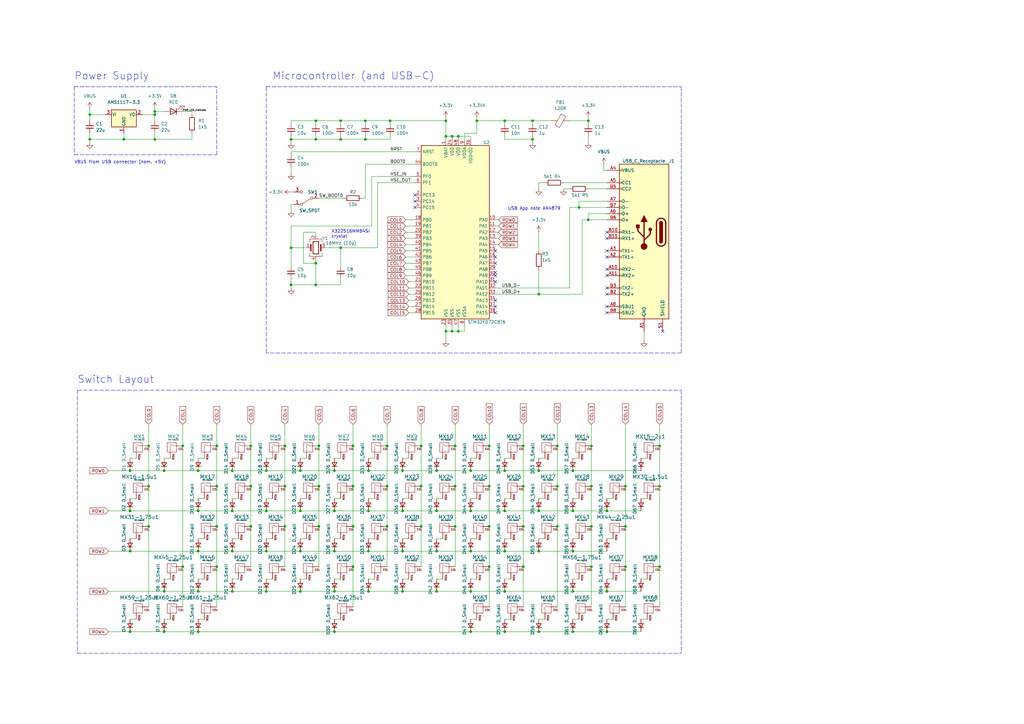
<source format=kicad_sch>
(kicad_sch (version 20211123) (generator eeschema)
  (paper "A3")
  (title_block (title "Custom Keyboard PCB") (date "2022-10-11") (rev "0.1") (company "Simeon"))
  (junction (at 165.1 226.06))
  (junction (at 187.96 135.89))
  (junction (at 234.95 259.08))
  (junction (at 179.07 193.04))
  (junction (at 149.86 49.53))
  (junction (at 182.88 135.89))
  (junction (at 179.07 226.06))
  (junction (at 165.1 193.04))
  (junction (at 63.5 45.72))
  (junction (at 207.01 226.06))
  (junction (at 185.42 55.88))
  (junction (at 248.92 209.55))
  (junction (at 144.78 182.88))
  (junction (at 270.51 199.39))
  (junction (at 220.98 259.08))
  (junction (at 63.5 57.15))
  (junction (at 270.51 182.88))
  (junction (at 186.69 215.9))
  (junction (at 172.72 215.9))
  (junction (at 60.96 199.39))
  (junction (at 74.93 182.88))
  (junction (at 182.88 55.88))
  (junction (at 102.87 215.9))
  (junction (at 95.25 193.04))
  (junction (at 179.07 209.55))
  (junction (at 88.9 199.39))
  (junction (at 207.01 259.08))
  (junction (at 151.13 193.04))
  (junction (at 88.9 182.88))
  (junction (at 234.95 242.57))
  (junction (at 109.22 209.55))
  (junction (at 187.96 55.88))
  (junction (at 241.3 49.53))
  (junction (at 214.63 232.41))
  (junction (at 139.7 101.6))
  (junction (at 207.01 49.53))
  (junction (at 242.57 182.88))
  (junction (at 186.69 199.39))
  (junction (at 137.16 242.57))
  (junction (at 160.02 49.53))
  (junction (at 139.7 49.53))
  (junction (at 200.66 232.41))
  (junction (at 102.87 199.39))
  (junction (at 241.3 90.17))
  (junction (at 151.13 242.57))
  (junction (at 151.13 226.06))
  (junction (at 207.01 209.55))
  (junction (at 81.28 226.06))
  (junction (at 60.96 215.9))
  (junction (at 53.34 226.06))
  (junction (at 116.84 199.39))
  (junction (at 248.92 259.08))
  (junction (at 214.63 199.39))
  (junction (at 214.63 215.9))
  (junction (at 67.31 193.04))
  (junction (at 63.5 46.99))
  (junction (at 242.57 215.9))
  (junction (at 228.6 182.88))
  (junction (at 218.44 57.15))
  (junction (at 165.1 242.57))
  (junction (at 242.57 199.39))
  (junction (at 109.22 193.04))
  (junction (at 129.54 57.15))
  (junction (at 158.75 182.88))
  (junction (at 158.75 199.39))
  (junction (at 129.54 107.95))
  (junction (at 130.81 182.88))
  (junction (at 95.25 209.55))
  (junction (at 151.13 209.55))
  (junction (at 137.16 259.08))
  (junction (at 182.88 49.53))
  (junction (at 172.72 182.88))
  (junction (at 200.66 215.9))
  (junction (at 53.34 259.08))
  (junction (at 218.44 49.53))
  (junction (at 116.84 215.9))
  (junction (at 88.9 232.41))
  (junction (at 137.16 193.04))
  (junction (at 130.81 215.9))
  (junction (at 220.98 193.04))
  (junction (at 185.42 135.89))
  (junction (at 179.07 242.57))
  (junction (at 53.34 193.04))
  (junction (at 248.92 242.57))
  (junction (at 123.19 193.04))
  (junction (at 116.84 182.88))
  (junction (at 144.78 232.41))
  (junction (at 214.63 182.88))
  (junction (at 234.95 209.55))
  (junction (at 109.22 226.06))
  (junction (at 36.83 46.99))
  (junction (at 149.86 57.15))
  (junction (at 123.19 242.57))
  (junction (at 220.98 226.06))
  (junction (at 81.28 259.08))
  (junction (at 234.95 226.06))
  (junction (at 270.51 232.41))
  (junction (at 119.38 116.84))
  (junction (at 50.8 57.15))
  (junction (at 165.1 209.55))
  (junction (at 172.72 199.39))
  (junction (at 67.31 242.57))
  (junction (at 81.28 209.55))
  (junction (at 200.66 182.88))
  (junction (at 193.04 259.08))
  (junction (at 88.9 215.9))
  (junction (at 137.16 226.06))
  (junction (at 207.01 242.57))
  (junction (at 237.49 85.09))
  (junction (at 193.04 193.04))
  (junction (at 53.34 209.55))
  (junction (at 228.6 215.9))
  (junction (at 195.58 49.53))
  (junction (at 129.54 49.53))
  (junction (at 220.98 120.65))
  (junction (at 81.28 242.57))
  (junction (at 256.54 199.39))
  (junction (at 81.28 193.04))
  (junction (at 95.25 226.06))
  (junction (at 256.54 215.9))
  (junction (at 129.54 116.84))
  (junction (at 95.25 242.57))
  (junction (at 123.19 209.55))
  (junction (at 67.31 259.08))
  (junction (at 144.78 199.39))
  (junction (at 144.78 215.9))
  (junction (at 137.16 209.55))
  (junction (at 158.75 215.9))
  (junction (at 186.69 182.88))
  (junction (at 109.22 242.57))
  (junction (at 130.81 199.39))
  (junction (at 139.7 57.15))
  (junction (at 119.38 57.15))
  (junction (at 193.04 209.55))
  (junction (at 36.83 57.15))
  (junction (at 242.57 232.41))
  (junction (at 123.19 226.06))
  (junction (at 102.87 182.88))
  (junction (at 60.96 182.88))
  (junction (at 193.04 242.57))
  (junction (at 256.54 232.41))
  (junction (at 207.01 193.04))
  (junction (at 200.66 199.39))
  (junction (at 220.98 209.55))
  (junction (at 119.38 101.6))
  (junction (at 234.95 193.04))
  (junction (at 228.6 199.39))
  (junction (at 193.04 226.06))
  (junction (at 74.93 232.41))
  (no_connect (at 170.18 85.09))
  (no_connect (at 170.18 82.55))
  (no_connect (at 170.18 80.01))
  (no_connect (at 203.2 105.41))
  (no_connect (at 203.2 107.95))
  (no_connect (at 203.2 111.76))
  (no_connect (at 203.2 113.03))
  (no_connect (at 203.2 115.57))
  (no_connect (at 248.92 128.27))
  (no_connect (at 248.92 125.73))
  (no_connect (at 248.92 95.25))
  (no_connect (at 248.92 97.79))
  (no_connect (at 248.92 102.87))
  (no_connect (at 248.92 105.41))
  (no_connect (at 248.92 110.49))
  (no_connect (at 248.92 113.03))
  (no_connect (at 248.92 118.11))
  (no_connect (at 248.92 120.65))
  (no_connect (at 203.2 102.87))
  (no_connect (at 203.2 128.27))
  (no_connect (at 203.2 123.19))
  (no_connect (at 203.2 125.73))
  (no_connect (at 271.78 135.89))
  (wire (pts (xy 187.96 55.88) (xy 187.96 57.15)))
  (wire (pts (xy 88.9 173.99) (xy 88.9 182.88)))
  (wire (pts (xy 119.38 49.53) (xy 129.54 49.53)))
  (wire (pts (xy 179.07 204.47) (xy 181.61 204.47)))
  (wire (pts (xy 179.07 187.96) (xy 181.61 187.96)))
  (wire (pts (xy 218.44 49.53) (xy 218.44 50.8)))
  (wire (pts (xy 149.86 50.8) (xy 149.86 49.53)))
  (wire (pts (xy 119.38 49.53) (xy 119.38 50.8)))
  (wire (pts (xy 123.19 187.96) (xy 125.73 187.96)))
  (wire (pts (xy 220.98 193.04) (xy 234.95 193.04)))
  (wire (pts (xy 116.84 182.88) (xy 116.84 199.39)))
  (wire (pts (xy 165.1 187.96) (xy 167.64 187.96)))
  (wire (pts (xy 119.38 116.84) (xy 119.38 118.11)))
  (wire (pts (xy 81.28 193.04) (xy 95.25 193.04)))
  (wire (pts (xy 234.95 193.04) (xy 262.89 193.04)))
  (wire (pts (xy 123.19 242.57) (xy 137.16 242.57)))
  (wire (pts (xy 129.54 49.53) (xy 129.54 50.8)))
  (wire (pts (xy 137.16 242.57) (xy 151.13 242.57)))
  (wire (pts (xy 187.96 135.89) (xy 187.96 133.35)))
  (wire (pts (xy 158.75 182.88) (xy 158.75 199.39)))
  (wire (pts (xy 182.88 48.26) (xy 182.88 49.53)))
  (wire (pts (xy 214.63 199.39) (xy 214.63 215.9)))
  (wire (pts (xy 214.63 232.41) (xy 214.63 248.92)))
  (wire (pts (xy 129.54 49.53) (xy 139.7 49.53)))
  (wire (pts (xy 139.7 57.15) (xy 139.7 55.88)))
  (wire (pts (xy 88.9 182.88) (xy 88.9 199.39)))
  (wire (pts (xy 166.37 95.25) (xy 170.18 95.25)))
  (wire (pts (xy 220.98 254) (xy 223.52 254)))
  (wire (pts (xy 152.4 92.71) (xy 152.4 72.39)))
  (wire (pts (xy 179.07 226.06) (xy 193.04 226.06)))
  (wire (pts (xy 203.2 118.11) (xy 233.68 118.11)))
  (wire (pts (xy 151.13 204.47) (xy 153.67 204.47)))
  (wire (pts (xy 186.69 199.39) (xy 186.69 215.9)))
  (wire (pts (xy 207.01 209.55) (xy 220.98 209.55)))
  (wire (pts (xy 207.01 204.47) (xy 209.55 204.47)))
  (wire (pts (xy 242.57 215.9) (xy 242.57 232.41)))
  (wire (pts (xy 102.87 173.99) (xy 102.87 182.88)))
  (wire (pts (xy 241.3 87.63) (xy 241.3 90.17)))
  (wire (pts (xy 200.66 182.88) (xy 200.66 199.39)))
  (wire (pts (xy 144.78 173.99) (xy 144.78 182.88)))
  (wire (pts (xy 53.34 220.98) (xy 55.88 220.98)))
  (wire (pts (xy 262.89 187.96) (xy 265.43 187.96)))
  (wire (pts (xy 182.88 55.88) (xy 182.88 57.15)))
  (wire (pts (xy 256.54 215.9) (xy 256.54 232.41)))
  (wire (pts (xy 166.37 110.49) (xy 170.18 110.49)))
  (wire (pts (xy 233.68 85.09) (xy 233.68 118.11)))
  (wire (pts (xy 119.38 116.84) (xy 129.54 116.84)))
  (wire (pts (xy 193.04 187.96) (xy 195.58 187.96)))
  (wire (pts (xy 220.98 95.25) (xy 220.98 102.87)))
  (wire (pts (xy 81.28 204.47) (xy 83.82 204.47)))
  (polyline (pts (xy 31.75 160.02) (xy 31.75 267.97)))
  (wire (pts (xy 78.74 57.15) (xy 63.5 57.15)))
  (wire (pts (xy 151.13 237.49) (xy 153.67 237.49)))
  (wire (pts (xy 53.34 209.55) (xy 81.28 209.55)))
  (wire (pts (xy 207.01 254) (xy 209.55 254)))
  (wire (pts (xy 241.3 49.53) (xy 241.3 50.8)))
  (wire (pts (xy 119.38 57.15) (xy 129.54 57.15)))
  (wire (pts (xy 241.3 48.26) (xy 241.3 49.53)))
  (wire (pts (xy 193.04 220.98) (xy 195.58 220.98)))
  (wire (pts (xy 95.25 204.47) (xy 97.79 204.47)))
  (wire (pts (xy 186.69 215.9) (xy 186.69 232.41)))
  (wire (pts (xy 165.1 209.55) (xy 179.07 209.55)))
  (wire (pts (xy 207.01 259.08) (xy 220.98 259.08)))
  (wire (pts (xy 123.19 237.49) (xy 125.73 237.49)))
  (wire (pts (xy 81.28 226.06) (xy 95.25 226.06)))
  (polyline (pts (xy 30.48 35.56) (xy 88.9 35.56)))
  (wire (pts (xy 95.25 193.04) (xy 109.22 193.04)))
  (wire (pts (xy 247.65 67.31) (xy 247.65 69.85)))
  (wire (pts (xy 109.22 193.04) (xy 123.19 193.04)))
  (wire (pts (xy 74.93 232.41) (xy 74.93 248.92)))
  (wire (pts (xy 144.78 232.41) (xy 144.78 248.92)))
  (wire (pts (xy 172.72 182.88) (xy 172.72 199.39)))
  (wire (pts (xy 95.25 242.57) (xy 109.22 242.57)))
  (wire (pts (xy 63.5 57.15) (xy 50.8 57.15)))
  (wire (pts (xy 220.98 259.08) (xy 234.95 259.08)))
  (polyline (pts (xy 279.4 35.56) (xy 279.4 144.78)))
  (wire (pts (xy 119.38 62.23) (xy 170.18 62.23)))
  (wire (pts (xy 60.96 182.88) (xy 60.96 199.39)))
  (polyline (pts (xy 30.48 35.56) (xy 30.48 63.5)))
  (wire (pts (xy 238.76 90.17) (xy 241.3 90.17)))
  (wire (pts (xy 88.9 215.9) (xy 88.9 232.41)))
  (wire (pts (xy 74.93 45.72) (xy 78.74 45.72)))
  (wire (pts (xy 238.76 90.17) (xy 238.76 120.65)))
  (polyline (pts (xy 279.4 144.78) (xy 109.22 144.78)))
  (wire (pts (xy 137.16 187.96) (xy 139.7 187.96)))
  (wire (pts (xy 234.95 226.06) (xy 248.92 226.06)))
  (wire (pts (xy 74.93 182.88) (xy 74.93 232.41)))
  (wire (pts (xy 119.38 92.71) (xy 152.4 92.71)))
  (wire (pts (xy 129.54 57.15) (xy 139.7 57.15)))
  (wire (pts (xy 242.57 173.99) (xy 242.57 182.88)))
  (wire (pts (xy 248.92 82.55) (xy 237.49 82.55)))
  (wire (pts (xy 220.98 220.98) (xy 223.52 220.98)))
  (wire (pts (xy 195.58 49.53) (xy 207.01 49.53)))
  (wire (pts (xy 63.5 54.61) (xy 63.5 57.15)))
  (wire (pts (xy 166.37 97.79) (xy 170.18 97.79)))
  (wire (pts (xy 109.22 220.98) (xy 111.76 220.98)))
  (wire (pts (xy 200.66 173.99) (xy 200.66 182.88)))
  (wire (pts (xy 119.38 101.6) (xy 119.38 109.22)))
  (wire (pts (xy 220.98 204.47) (xy 223.52 204.47)))
  (wire (pts (xy 149.86 81.28) (xy 148.59 81.28)))
  (wire (pts (xy 203.2 120.65) (xy 220.98 120.65)))
  (wire (pts (xy 36.83 57.15) (xy 36.83 58.42)))
  (wire (pts (xy 241.3 90.17) (xy 248.92 90.17)))
  (wire (pts (xy 248.92 85.09) (xy 237.49 85.09)))
  (wire (pts (xy 185.42 135.89) (xy 187.96 135.89)))
  (wire (pts (xy 36.83 44.45) (xy 36.83 46.99)))
  (wire (pts (xy 139.7 114.3) (xy 139.7 116.84)))
  (wire (pts (xy 185.42 135.89) (xy 185.42 133.35)))
  (wire (pts (xy 207.01 193.04) (xy 220.98 193.04)))
  (wire (pts (xy 149.86 67.31) (xy 170.18 67.31)))
  (wire (pts (xy 186.69 173.99) (xy 186.69 182.88)))
  (wire (pts (xy 123.19 209.55) (xy 137.16 209.55)))
  (wire (pts (xy 234.95 204.47) (xy 237.49 204.47)))
  (wire (pts (xy 248.92 209.55) (xy 262.89 209.55)))
  (wire (pts (xy 151.13 187.96) (xy 153.67 187.96)))
  (wire (pts (xy 129.54 95.25) (xy 129.54 96.52)))
  (wire (pts (xy 129.54 57.15) (xy 129.54 55.88)))
  (wire (pts (xy 228.6 199.39) (xy 228.6 215.9)))
  (wire (pts (xy 95.25 226.06) (xy 109.22 226.06)))
  (wire (pts (xy 193.04 237.49) (xy 195.58 237.49)))
  (wire (pts (xy 58.42 46.99) (xy 63.5 46.99)))
  (wire (pts (xy 158.75 215.9) (xy 158.75 232.41)))
  (wire (pts (xy 234.95 254) (xy 237.49 254)))
  (wire (pts (xy 139.7 116.84) (xy 129.54 116.84)))
  (wire (pts (xy 165.1 237.49) (xy 167.64 237.49)))
  (wire (pts (xy 193.04 204.47) (xy 195.58 204.47)))
  (wire (pts (xy 207.01 187.96) (xy 209.55 187.96)))
  (wire (pts (xy 95.25 187.96) (xy 97.79 187.96)))
  (wire (pts (xy 182.88 55.88) (xy 185.42 55.88)))
  (wire (pts (xy 167.64 120.65) (xy 170.18 120.65)))
  (wire (pts (xy 179.07 220.98) (xy 181.61 220.98)))
  (wire (pts (xy 167.64 128.27) (xy 170.18 128.27)))
  (wire (pts (xy 149.86 57.15) (xy 149.86 55.88)))
  (wire (pts (xy 151.13 226.06) (xy 165.1 226.06)))
  (wire (pts (xy 67.31 259.08) (xy 81.28 259.08)))
  (wire (pts (xy 182.88 135.89) (xy 185.42 135.89)))
  (wire (pts (xy 182.88 49.53) (xy 182.88 55.88)))
  (wire (pts (xy 166.37 90.17) (xy 170.18 90.17)))
  (wire (pts (xy 109.22 226.06) (xy 123.19 226.06)))
  (wire (pts (xy 149.86 49.53) (xy 160.02 49.53)))
  (wire (pts (xy 119.38 101.6) (xy 125.73 101.6)))
  (wire (pts (xy 231.14 77.47) (xy 233.68 77.47)))
  (wire (pts (xy 95.25 237.49) (xy 97.79 237.49)))
  (wire (pts (xy 60.96 173.99) (xy 60.96 182.88)))
  (wire (pts (xy 187.96 135.89) (xy 190.5 135.89)))
  (wire (pts (xy 234.95 242.57) (xy 248.92 242.57)))
  (wire (pts (xy 53.34 259.08) (xy 67.31 259.08)))
  (wire (pts (xy 119.38 114.3) (xy 119.38 116.84)))
  (wire (pts (xy 242.57 232.41) (xy 242.57 248.92)))
  (wire (pts (xy 60.96 199.39) (xy 60.96 215.9)))
  (wire (pts (xy 207.01 57.15) (xy 218.44 57.15)))
  (wire (pts (xy 248.92 259.08) (xy 262.89 259.08)))
  (wire (pts (xy 130.81 81.28) (xy 140.97 81.28)))
  (wire (pts (xy 102.87 215.9) (xy 102.87 232.41)))
  (wire (pts (xy 193.04 55.88) (xy 193.04 57.15)))
  (wire (pts (xy 248.92 220.98) (xy 251.46 220.98)))
  (wire (pts (xy 167.64 123.19) (xy 170.18 123.19)))
  (wire (pts (xy 207.01 49.53) (xy 218.44 49.53)))
  (wire (pts (xy 214.63 173.99) (xy 214.63 182.88)))
  (wire (pts (xy 234.95 220.98) (xy 237.49 220.98)))
  (wire (pts (xy 193.04 254) (xy 195.58 254)))
  (polyline (pts (xy 88.9 63.5) (xy 88.9 35.56)))
  (wire (pts (xy 44.45 193.04) (xy 53.34 193.04)))
  (wire (pts (xy 193.04 226.06) (xy 207.01 226.06)))
  (wire (pts (xy 270.51 199.39) (xy 270.51 232.41)))
  (wire (pts (xy 234.95 187.96) (xy 237.49 187.96)))
  (wire (pts (xy 130.81 182.88) (xy 130.81 199.39)))
  (wire (pts (xy 36.83 46.99) (xy 43.18 46.99)))
  (wire (pts (xy 53.34 226.06) (xy 81.28 226.06)))
  (wire (pts (xy 81.28 254) (xy 83.82 254)))
  (wire (pts (xy 218.44 49.53) (xy 226.06 49.53)))
  (wire (pts (xy 172.72 173.99) (xy 172.72 182.88)))
  (wire (pts (xy 207.01 55.88) (xy 207.01 57.15)))
  (wire (pts (xy 193.04 259.08) (xy 207.01 259.08)))
  (wire (pts (xy 228.6 215.9) (xy 228.6 248.92)))
  (wire (pts (xy 228.6 173.99) (xy 228.6 182.88)))
  (wire (pts (xy 67.31 242.57) (xy 81.28 242.57)))
  (wire (pts (xy 203.2 92.71) (xy 204.47 92.71)))
  (polyline (pts (xy 31.75 160.02) (xy 279.4 160.02)))
  (wire (pts (xy 256.54 232.41) (xy 256.54 248.92)))
  (wire (pts (xy 109.22 209.55) (xy 123.19 209.55)))
  (wire (pts (xy 36.83 54.61) (xy 36.83 57.15)))
  (wire (pts (xy 165.1 193.04) (xy 179.07 193.04)))
  (wire (pts (xy 247.65 69.85) (xy 248.92 69.85)))
  (wire (pts (xy 203.2 100.33) (xy 204.47 100.33)))
  (wire (pts (xy 242.57 182.88) (xy 242.57 199.39)))
  (wire (pts (xy 149.86 57.15) (xy 160.02 57.15)))
  (wire (pts (xy 137.16 226.06) (xy 151.13 226.06)))
  (wire (pts (xy 241.3 55.88) (xy 241.3 58.42)))
  (wire (pts (xy 231.14 74.93) (xy 248.92 74.93)))
  (wire (pts (xy 151.13 220.98) (xy 153.67 220.98)))
  (wire (pts (xy 154.94 74.93) (xy 170.18 74.93)))
  (wire (pts (xy 116.84 215.9) (xy 116.84 232.41)))
  (wire (pts (xy 144.78 215.9) (xy 144.78 232.41)))
  (wire (pts (xy 44.45 259.08) (xy 53.34 259.08)))
  (wire (pts (xy 116.84 199.39) (xy 116.84 215.9)))
  (wire (pts (xy 233.68 85.09) (xy 237.49 85.09)))
  (wire (pts (xy 139.7 101.6) (xy 139.7 109.22)))
  (wire (pts (xy 160.02 50.8) (xy 160.02 49.53)))
  (wire (pts (xy 220.98 77.47) (xy 220.98 74.93)))
  (wire (pts (xy 60.96 215.9) (xy 60.96 248.92)))
  (wire (pts (xy 123.19 220.98) (xy 125.73 220.98)))
  (wire (pts (xy 119.38 92.71) (xy 119.38 101.6)))
  (wire (pts (xy 137.16 209.55) (xy 151.13 209.55)))
  (wire (pts (xy 228.6 182.88) (xy 228.6 199.39)))
  (wire (pts (xy 200.66 232.41) (xy 200.66 248.92)))
  (wire (pts (xy 241.3 77.47) (xy 248.92 77.47)))
  (wire (pts (xy 214.63 182.88) (xy 214.63 199.39)))
  (wire (pts (xy 160.02 55.88) (xy 160.02 57.15)))
  (wire (pts (xy 234.95 209.55) (xy 248.92 209.55)))
  (wire (pts (xy 262.89 204.47) (xy 265.43 204.47)))
  (wire (pts (xy 124.46 95.25) (xy 129.54 95.25)))
  (wire (pts (xy 207.01 220.98) (xy 209.55 220.98)))
  (wire (pts (xy 185.42 55.88) (xy 187.96 55.88)))
  (wire (pts (xy 36.83 57.15) (xy 50.8 57.15)))
  (wire (pts (xy 53.34 187.96) (xy 55.88 187.96)))
  (wire (pts (xy 207.01 49.53) (xy 207.01 50.8)))
  (wire (pts (xy 242.57 199.39) (xy 242.57 215.9)))
  (polyline (pts (xy 31.75 267.97) (xy 279.4 267.97)))
  (wire (pts (xy 195.58 49.53) (xy 195.58 48.26)))
  (wire (pts (xy 130.81 199.39) (xy 130.81 215.9)))
  (wire (pts (xy 129.54 107.95) (xy 124.46 107.95)))
  (wire (pts (xy 270.51 232.41) (xy 270.51 248.92)))
  (wire (pts (xy 270.51 182.88) (xy 270.51 199.39)))
  (wire (pts (xy 119.38 83.82) (xy 120.65 83.82)))
  (wire (pts (xy 190.5 54.61) (xy 190.5 57.15)))
  (wire (pts (xy 50.8 54.61) (xy 50.8 57.15)))
  (wire (pts (xy 218.44 55.88) (xy 218.44 57.15)))
  (wire (pts (xy 270.51 173.99) (xy 270.51 182.88)))
  (wire (pts (xy 139.7 50.8) (xy 139.7 49.53)))
  (wire (pts (xy 166.37 100.33) (xy 170.18 100.33)))
  (wire (pts (xy 193.04 242.57) (xy 207.01 242.57)))
  (wire (pts (xy 137.16 237.49) (xy 139.7 237.49)))
  (wire (pts (xy 152.4 72.39) (xy 170.18 72.39)))
  (wire (pts (xy 166.37 113.03) (xy 170.18 113.03)))
  (wire (pts (xy 119.38 68.58) (xy 119.38 71.12)))
  (wire (pts (xy 137.16 220.98) (xy 139.7 220.98)))
  (wire (pts (xy 63.5 44.45) (xy 63.5 45.72)))
  (wire (pts (xy 109.22 187.96) (xy 111.76 187.96)))
  (wire (pts (xy 262.89 254) (xy 265.43 254)))
  (wire (pts (xy 207.01 226.06) (xy 220.98 226.06)))
  (wire (pts (xy 179.07 209.55) (xy 193.04 209.55)))
  (wire (pts (xy 116.84 173.99) (xy 116.84 182.88)))
  (wire (pts (xy 248.92 237.49) (xy 251.46 237.49)))
  (polyline (pts (xy 30.48 63.5) (xy 88.9 63.5)))
  (wire (pts (xy 81.28 237.49) (xy 83.82 237.49)))
  (wire (pts (xy 78.74 45.72) (xy 78.74 46.99)))
  (polyline (pts (xy 109.22 35.56) (xy 279.4 35.56)))
  (wire (pts (xy 123.19 226.06) (xy 137.16 226.06)))
  (wire (pts (xy 220.98 74.93) (xy 223.52 74.93)))
  (wire (pts (xy 124.46 107.95) (xy 124.46 95.25)))
  (wire (pts (xy 186.69 182.88) (xy 186.69 199.39)))
  (wire (pts (xy 233.68 49.53) (xy 241.3 49.53)))
  (wire (pts (xy 220.98 209.55) (xy 234.95 209.55)))
  (wire (pts (xy 63.5 45.72) (xy 63.5 46.99)))
  (wire (pts (xy 95.25 220.98) (xy 97.79 220.98)))
  (wire (pts (xy 53.34 204.47) (xy 55.88 204.47)))
  (wire (pts (xy 166.37 102.87) (xy 170.18 102.87)))
  (wire (pts (xy 248.92 87.63) (xy 241.3 87.63)))
  (wire (pts (xy 166.37 105.41) (xy 170.18 105.41)))
  (wire (pts (xy 53.34 254) (xy 55.88 254)))
  (wire (pts (xy 67.31 187.96) (xy 69.85 187.96)))
  (wire (pts (xy 53.34 193.04) (xy 67.31 193.04)))
  (wire (pts (xy 149.86 81.28) (xy 149.86 67.31)))
  (wire (pts (xy 139.7 57.15) (xy 149.86 57.15)))
  (wire (pts (xy 248.92 242.57) (xy 262.89 242.57)))
  (wire (pts (xy 203.2 95.25) (xy 204.47 95.25)))
  (wire (pts (xy 144.78 182.88) (xy 144.78 199.39)))
  (wire (pts (xy 67.31 237.49) (xy 69.85 237.49)))
  (wire (pts (xy 67.31 254) (xy 69.85 254)))
  (wire (pts (xy 137.16 254) (xy 139.7 254)))
  (wire (pts (xy 248.92 204.47) (xy 251.46 204.47)))
  (wire (pts (xy 154.94 101.6) (xy 154.94 74.93)))
  (wire (pts (xy 137.16 193.04) (xy 151.13 193.04)))
  (wire (pts (xy 200.66 215.9) (xy 200.66 232.41)))
  (wire (pts (xy 207.01 237.49) (xy 209.55 237.49)))
  (wire (pts (xy 129.54 107.95) (xy 129.54 116.84)))
  (wire (pts (xy 165.1 204.47) (xy 167.64 204.47)))
  (wire (pts (xy 262.89 237.49) (xy 265.43 237.49)))
  (wire (pts (xy 203.2 90.17) (xy 204.47 90.17)))
  (wire (pts (xy 123.19 204.47) (xy 125.73 204.47)))
  (wire (pts (xy 74.93 173.99) (xy 74.93 182.88)))
  (wire (pts (xy 151.13 209.55) (xy 165.1 209.55)))
  (wire (pts (xy 220.98 120.65) (xy 238.76 120.65)))
  (wire (pts (xy 63.5 45.72) (xy 67.31 45.72)))
  (wire (pts (xy 81.28 242.57) (xy 95.25 242.57)))
  (wire (pts (xy 185.42 55.88) (xy 185.42 57.15)))
  (wire (pts (xy 133.35 101.6) (xy 139.7 101.6)))
  (wire (pts (xy 167.64 125.73) (xy 170.18 125.73)))
  (wire (pts (xy 144.78 199.39) (xy 144.78 215.9)))
  (wire (pts (xy 119.38 57.15) (xy 119.38 58.42)))
  (wire (pts (xy 102.87 199.39) (xy 102.87 215.9)))
  (wire (pts (xy 182.88 135.89) (xy 182.88 133.35)))
  (wire (pts (xy 81.28 187.96) (xy 83.82 187.96)))
  (wire (pts (xy 193.04 193.04) (xy 207.01 193.04)))
  (wire (pts (xy 119.38 78.74) (xy 120.65 78.74)))
  (wire (pts (xy 137.16 259.08) (xy 193.04 259.08)))
  (wire (pts (xy 214.63 215.9) (xy 214.63 232.41)))
  (wire (pts (xy 237.49 82.55) (xy 237.49 85.09)))
  (wire (pts (xy 234.95 259.08) (xy 248.92 259.08)))
  (wire (pts (xy 166.37 92.71) (xy 170.18 92.71)))
  (polyline (pts (xy 279.4 160.02) (xy 279.4 267.97)))
  (wire (pts (xy 165.1 226.06) (xy 179.07 226.06)))
  (wire (pts (xy 139.7 49.53) (xy 149.86 49.53)))
  (wire (pts (xy 220.98 187.96) (xy 223.52 187.96)))
  (wire (pts (xy 158.75 199.39) (xy 158.75 215.9)))
  (wire (pts (xy 207.01 242.57) (xy 234.95 242.57)))
  (wire (pts (xy 81.28 259.08) (xy 137.16 259.08)))
  (wire (pts (xy 63.5 46.99) (xy 63.5 49.53)))
  (wire (pts (xy 88.9 232.41) (xy 88.9 248.92)))
  (wire (pts (xy 102.87 182.88) (xy 102.87 199.39)))
  (wire (pts (xy 95.25 209.55) (xy 109.22 209.55)))
  (wire (pts (xy 44.45 242.57) (xy 67.31 242.57)))
  (wire (pts (xy 109.22 204.47) (xy 111.76 204.47)))
  (wire (pts (xy 119.38 62.23) (xy 119.38 63.5)))
  (wire (pts (xy 220.98 226.06) (xy 234.95 226.06)))
  (wire (pts (xy 119.38 57.15) (xy 119.38 55.88)))
  (wire (pts (xy 195.58 54.61) (xy 195.58 49.53)))
  (wire (pts (xy 123.19 193.04) (xy 137.16 193.04)))
  (wire (pts (xy 36.83 46.99) (xy 36.83 49.53)))
  (wire (pts (xy 81.28 220.98) (xy 83.82 220.98)))
  (wire (pts (xy 182.88 139.7) (xy 182.88 135.89)))
  (wire (pts (xy 151.13 242.57) (xy 165.1 242.57)))
  (wire (pts (xy 190.5 54.61) (xy 195.58 54.61)))
  (wire (pts (xy 218.44 57.15) (xy 218.44 58.42)))
  (polyline (pts (xy 109.22 144.78) (xy 109.22 35.56)))
  (wire (pts (xy 234.95 237.49) (xy 237.49 237.49)))
  (wire (pts (xy 130.81 215.9) (xy 130.81 232.41)))
  (wire (pts (xy 129.54 106.68) (xy 129.54 107.95)))
  (wire (pts (xy 109.22 237.49) (xy 111.76 237.49)))
  (wire (pts (xy 78.74 54.61) (xy 78.74 57.15)))
  (wire (pts (xy 139.7 101.6) (xy 154.94 101.6)))
  (wire (pts (xy 67.31 193.04) (xy 81.28 193.04)))
  (wire (pts (xy 179.07 242.57) (xy 193.04 242.57)))
  (wire (pts (xy 44.45 226.06) (xy 53.34 226.06)))
  (wire (pts (xy 193.04 209.55) (xy 207.01 209.55)))
  (wire (pts (xy 220.98 110.49) (xy 220.98 120.65)))
  (wire (pts (xy 200.66 199.39) (xy 200.66 215.9)))
  (wire (pts (xy 119.38 86.36) (xy 119.38 83.82)))
  (wire (pts (xy 44.45 209.55) (xy 53.34 209.55)))
  (wire (pts (xy 109.22 242.57) (xy 123.19 242.57)))
  (wire (pts (xy 167.64 115.57) (xy 170.18 115.57)))
  (wire (pts (xy 81.28 209.55) (xy 95.25 209.55)))
  (wire (pts (xy 158.75 173.99) (xy 158.75 182.88)))
  (wire (pts (xy 256.54 173.99) (xy 256.54 199.39)))
  (wire (pts (xy 160.02 49.53) (xy 182.88 49.53)))
  (wire (pts (xy 172.72 199.39) (xy 172.72 215.9)))
  (wire (pts (xy 167.64 118.11) (xy 170.18 118.11)))
  (wire (pts (xy 172.72 215.9) (xy 172.72 232.41)))
  (wire (pts (xy 151.13 193.04) (xy 165.1 193.04)))
  (wire (pts (xy 190.5 135.89) (xy 190.5 133.35)))
  (wire (pts (xy 248.92 254) (xy 251.46 254)))
  (wire (pts (xy 130.81 173.99) (xy 130.81 182.88)))
  (wire (pts (xy 165.1 220.98) (xy 167.64 220.98)))
  (wire (pts (xy 187.96 55.88) (xy 193.04 55.88)))
  (wire (pts (xy 165.1 242.57) (xy 179.07 242.57)))
  (wire (pts (xy 264.16 135.89) (xy 264.16 139.7)))
  (wire (pts (xy 203.2 97.79) (xy 204.47 97.79)))
  (wire (pts (xy 88.9 199.39) (xy 88.9 215.9)))
  (wire (pts (xy 137.16 204.47) (xy 139.7 204.47)))
  (wire (pts (xy 166.37 107.95) (xy 170.18 107.95)))
  (wire (pts (xy 179.07 237.49) (xy 181.61 237.49)))
  (wire (pts (xy 179.07 193.04) (xy 193.04 193.04)))
  (wire (pts (xy 256.54 199.39) (xy 256.54 215.9)))
  (text "X322516MMB4SI\ncrystal" (at 135.89 97.79 0) (effects (font (size 1.27 1.27)) (justify left bottom)))
  (text "Power Supply" (at 30.48 33.02 0) (effects (font (size 3 3)) (justify left bottom)))
  (text "Switch Layout" (at 31.75 157.48 0) (effects (font (size 3 3)) (justify left bottom)))
  (text "VBUS from USB connector (nom. +5V)" (at 30.48 67.31 0) (effects (font (size 1.27 1.27)) (justify left bottom)))
  (text "Microcontroller (and USB-C)" (at 111.76 33.02 0) (effects (font (size 3 3)) (justify left bottom)))
  (text "USB App note AN4879" (at 208.28 86.36 0) (effects (font (size 1.27 1.27)) (justify left bottom)))
  (label "USB_D-" (at 205.74 118.11 0))
  (label "HSE_IN" (at 160.02 72.39 0))
  (label "USB_D+" (at 205.74 120.65 0))
  (label "HSE_OUT" (at 160.02 74.93 0))
  (label "PWR_LED_Kathode" (at 74.93 45.72 0) (effects (font (size 0.7 0.7))))
  (label "NRST" (at 160.02 62.23 0))
  (label "BOOT0" (at 160.02 67.31 0))
  (label "SW_BOOT0" (at 130.81 81.28 0))
  (global_label "ROW3" (shape input) (at 44.45 242.57 180) (property "Intersheet References" "${INTERSHEET_REFS}" (effects hide)))
  (global_label "COL0" (shape input) (at 166.37 90.17 180) (property "Intersheet References" "${INTERSHEET_REFS}" (effects hide)))
  (global_label "COL6" (shape input) (at 144.78 173.99 90) (property "Intersheet References" "${INTERSHEET_REFS}" (effects hide)))
  (global_label "COL3" (shape input) (at 166.37 97.79 180) (property "Intersheet References" "${INTERSHEET_REFS}" (effects hide)))
  (global_label "COL7" (shape input) (at 166.37 107.95 180) (property "Intersheet References" "${INTERSHEET_REFS}" (effects hide)))
  (global_label "ROW2" (shape input) (at 44.45 226.06 180) (property "Intersheet References" "${INTERSHEET_REFS}" (effects hide)))
  (global_label "ROW4" (shape input) (at 204.47 100.33 0) (property "Intersheet References" "${INTERSHEET_REFS}" (effects hide)))
  (global_label "COL0" (shape input) (at 60.96 173.99 90) (property "Intersheet References" "${INTERSHEET_REFS}" (effects hide)))
  (global_label "COL5" (shape input) (at 130.81 173.99 90) (property "Intersheet References" "${INTERSHEET_REFS}" (effects hide)))
  (global_label "COL14" (shape input) (at 167.64 125.73 180) (property "Intersheet References" "${INTERSHEET_REFS}" (effects hide)))
  (global_label "ROW1" (shape input) (at 44.45 209.55 180) (property "Intersheet References" "${INTERSHEET_REFS}" (effects hide)))
  (global_label "ROW2" (shape input) (at 204.47 95.25 0) (property "Intersheet References" "${INTERSHEET_REFS}" (effects hide)))
  (global_label "COL13" (shape input) (at 242.57 173.99 90) (property "Intersheet References" "${INTERSHEET_REFS}" (effects hide)))
  (global_label "COL10" (shape input) (at 200.66 173.99 90) (property "Intersheet References" "${INTERSHEET_REFS}" (effects hide)))
  (global_label "COL9" (shape input) (at 166.37 113.03 180) (property "Intersheet References" "${INTERSHEET_REFS}" (effects hide)))
  (global_label "COL9" (shape input) (at 186.69 173.99 90) (property "Intersheet References" "${INTERSHEET_REFS}" (effects hide)))
  (global_label "COL12" (shape input) (at 167.64 120.65 180) (property "Intersheet References" "${INTERSHEET_REFS}" (effects hide)))
  (global_label "ROW4" (shape input) (at 44.45 259.08 180) (property "Intersheet References" "${INTERSHEET_REFS}" (effects hide)))
  (global_label "COL6" (shape input) (at 166.37 105.41 180) (property "Intersheet References" "${INTERSHEET_REFS}" (effects hide)))
  (global_label "COL15" (shape input) (at 167.64 128.27 180) (property "Intersheet References" "${INTERSHEET_REFS}" (effects hide)))
  (global_label "ROW1" (shape input) (at 204.47 92.71 0) (property "Intersheet References" "${INTERSHEET_REFS}" (effects hide)))
  (global_label "COL1" (shape input) (at 166.37 92.71 180) (property "Intersheet References" "${INTERSHEET_REFS}" (effects hide)))
  (global_label "COL13" (shape input) (at 167.64 123.19 180) (property "Intersheet References" "${INTERSHEET_REFS}" (effects hide)))
  (global_label "COL10" (shape input) (at 167.64 115.57 180) (property "Intersheet References" "${INTERSHEET_REFS}" (effects hide)))
  (global_label "COL4" (shape input) (at 166.37 100.33 180) (property "Intersheet References" "${INTERSHEET_REFS}" (effects hide)))
  (global_label "COL4" (shape input) (at 116.84 173.99 90) (property "Intersheet References" "${INTERSHEET_REFS}" (effects hide)))
  (global_label "ROW0" (shape input) (at 204.47 90.17 0) (property "Intersheet References" "${INTERSHEET_REFS}" (effects hide)))
  (global_label "COL11" (shape input) (at 167.64 118.11 180) (property "Intersheet References" "${INTERSHEET_REFS}" (effects hide)))
  (global_label "COL5" (shape input) (at 166.37 102.87 180) (property "Intersheet References" "${INTERSHEET_REFS}" (effects hide)))
  (global_label "COL3" (shape input) (at 102.87 173.99 90) (property "Intersheet References" "${INTERSHEET_REFS}" (effects hide)))
  (global_label "COL8" (shape input) (at 166.37 110.49 180) (property "Intersheet References" "${INTERSHEET_REFS}" (effects hide)))
  (global_label "COL8" (shape input) (at 172.72 173.99 90) (property "Intersheet References" "${INTERSHEET_REFS}" (effects hide)))
  (global_label "COL2" (shape input) (at 166.37 95.25 180) (property "Intersheet References" "${INTERSHEET_REFS}" (effects hide)))
  (global_label "COL14" (shape input) (at 256.54 173.99 90) (property "Intersheet References" "${INTERSHEET_REFS}" (effects hide)))
  (global_label "COL2" (shape input) (at 88.9 173.99 90) (property "Intersheet References" "${INTERSHEET_REFS}" (effects hide)))
  (global_label "COL7" (shape input) (at 158.75 173.99 90) (property "Intersheet References" "${INTERSHEET_REFS}" (effects hide)))
  (global_label "COL1" (shape input) (at 74.93 173.99 90) (property "Intersheet References" "${INTERSHEET_REFS}" (effects hide)))
  (global_label "ROW3" (shape input) (at 204.47 97.79 0) (property "Intersheet References" "${INTERSHEET_REFS}" (effects hide)))
  (global_label "COL15" (shape input) (at 270.51 173.99 90) (property "Intersheet References" "${INTERSHEET_REFS}" (effects hide)))
  (global_label "COL12" (shape input) (at 228.6 173.99 90) (property "Intersheet References" "${INTERSHEET_REFS}" (effects hide)))
  (global_label "ROW0" (shape input) (at 44.45 193.04 180) (property "Intersheet References" "${INTERSHEET_REFS}" (effects hide)))
  (global_label "COL11" (shape input) (at 214.63 173.99 90) (property "Intersheet References" "${INTERSHEET_REFS}" (effects hide)))
  (symbol (lib_id "MX_Alps_Hybrid:MX-NoLED") (at 113.03 184.15 0) (unit 1)
    (property "Reference" "MX5" (at 113.03 179.07 0) (effects (font (size 1.524 1.524))))
    (property "Value" "MX-NoLED" (at 113.03 180.34 0) (effects (font (size 0.508 0.508))))
    (property "Footprint" "MX_Alps_Hybrid:MX-1U-NoLED" (effects hide))
  )
  (symbol (lib_id "Device:D_Small") (at 81.28 223.52 90) (unit 1)
    (property "Reference" "D11" (at 78.74 223.52 0) (effects (justify right)))
    (property "Value" "D_Small" (at 78.7401 214.63 0) (effects (justify right)))
    (property "Footprint" "Diode_SMD:D_SOD-123" (effects hide))
  )
  (symbol (lib_id "Device:D_Small") (at 67.31 256.54 90) (unit 1)
    (property "Reference" "D7" (at 64.77 256.54 0) (effects (justify right)))
    (property "Value" "D_Small" (at 64.7701 247.65 0) (effects (justify right)))
    (property "Footprint" "Diode_SMD:D_SOD-123" (effects hide))
  )
  (symbol (lib_id "MX_Alps_Hybrid:MX-NoLED") (at 127 200.66 0) (unit 1)
    (property "Reference" "MX20" (at 127 195.58 0) (effects (font (size 1.524 1.524))))
    (property "Value" "MX-NoLED" (at 127 196.85 0) (effects (font (size 0.508 0.508))))
    (property "Footprint" "MX_Alps_Hybrid:MX-1U-NoLED" (effects hide))
  )
  (symbol (lib_id "MX_Alps_Hybrid:MX-NoLED") (at 252.73 217.17 0) (unit 1)
    (property "Reference" "MX44-2.25u1" (at 252.73 212.09 0) (effects (font (size 1.524 1.524))))
    (property "Value" "MX-NoLED" (at 252.73 213.36 0) (effects (font (size 0.508 0.508))))
    (property "Footprint" "MX_Alps_Hybrid:MX-2.25U-NoLED" (effects hide))
  )
  (symbol (lib_id "MX_Alps_Hybrid:MX-NoLED") (at 238.76 250.19 0) (unit 1)
    (property "Reference" "MX66" (at 238.76 245.11 0) (effects (font (size 1.524 1.524))))
    (property "Value" "MX-NoLED" (at 238.76 246.38 0) (effects (font (size 0.508 0.508))))
    (property "Footprint" "MX_Alps_Hybrid:MX-1U-NoLED" (effects hide))
  )
  (symbol (lib_id "Device:D_Small") (at 95.25 223.52 90) (unit 1)
    (property "Reference" "D16" (at 92.71 223.52 0) (effects (justify right)))
    (property "Value" "D_Small" (at 92.7101 214.63 0) (effects (justify right)))
    (property "Footprint" "Diode_SMD:D_SOD-123" (effects hide))
  )
  (symbol (lib_id "Device:D_Small") (at 179.07 223.52 90) (unit 1)
    (property "Reference" "D41" (at 176.53 223.52 0) (effects (justify right)))
    (property "Value" "D_Small" (at 176.5301 214.63 0) (effects (justify right)))
    (property "Footprint" "Diode_SMD:D_SOD-123" (effects hide))
  )
  (symbol (lib_id "Device:D_Small") (at 234.95 190.5 90) (unit 1)
    (property "Reference" "D57" (at 232.41 190.5 0) (effects (justify right)))
    (property "Value" "D_Small" (at 232.4101 181.61 0) (effects (justify right)))
    (property "Footprint" "Diode_SMD:D_SOD-123" (effects hide))
  )
  (symbol (lib_id "Device:C_Small") (at 139.7 111.76 0) (unit 1)
    (property "Reference" "C8" (at 142.24 110.4962 0) (effects (justify left)))
    (property "Value" "10p" (at 142.24 113.0362 0) (effects (justify left)))
    (property "Footprint" "Capacitor_SMD:C_0402_1005Metric" (effects hide))
  )
  (symbol (lib_id "MX_Alps_Hybrid:MX-NoLED") (at 182.88 217.17 0) (unit 1)
    (property "Reference" "MX39" (at 182.88 212.09 0) (effects (font (size 1.524 1.524))))
    (property "Value" "MX-NoLED" (at 182.88 213.36 0) (effects (font (size 0.508 0.508))))
    (property "Footprint" "MX_Alps_Hybrid:MX-1U-NoLED" (effects hide))
  )
  (symbol (lib_id "Device:Crystal_GND24") (at 129.54 101.6 0) (unit 1)
    (property "Reference" "Y1" (at 133.35 97.79 0))
    (property "Value" "16MHz (10p)" (at 139.9295 99.7137 0))
    (property "Footprint" "Crystal:Crystal_SMD_3225-4Pin_3.2x2.5mm" (effects hide))
  )
  (symbol (lib_id "MX_Alps_Hybrid:MX-NoLED") (at 57.15 217.17 0) (unit 1)
    (property "Reference" "MX31-1.75u1" (at 57.15 212.09 0) (effects (font (size 1.524 1.524))))
    (property "Value" "MX-NoLED" (at 57.15 213.36 0) (effects (font (size 0.508 0.508))))
    (property "Footprint" "MX_Alps_Hybrid:MX-1.75U-NoLED" (effects hide))
  )
  (symbol (lib_id "power:GND") (at 218.44 58.42 0) (unit 1)
    (property "Reference" "#PWR0106" (effects hide))
    (property "Value" "GND" (effects hide))
  )
  (symbol (lib_id "MX_Alps_Hybrid:MX-NoLED") (at 196.85 250.19 0) (unit 1)
    (property "Reference" "MX63" (at 196.85 245.11 0) (effects (font (size 1.524 1.524))))
    (property "Value" "MX-NoLED" (at 196.85 246.38 0) (effects (font (size 0.508 0.508))))
    (property "Footprint" "MX_Alps_Hybrid:MX-1U-NoLED" (effects hide))
  )
  (symbol (lib_id "MX_Alps_Hybrid:MX-NoLED") (at 210.82 184.15 0) (unit 1)
    (property "Reference" "MX12" (at 210.82 179.07 0) (effects (font (size 1.524 1.524))))
    (property "Value" "MX-NoLED" (at 210.82 180.34 0) (effects (font (size 0.508 0.508))))
    (property "Footprint" "MX_Alps_Hybrid:MX-1U-NoLED" (effects hide))
  )
  (symbol (lib_id "Device:D_Small") (at 53.34 207.01 90) (unit 1)
    (property "Reference" "D2" (at 50.8 207.01 0) (effects (justify right)))
    (property "Value" "D_Small" (at 50.8001 198.12 0) (effects (justify right)))
    (property "Footprint" "Diode_SMD:D_SOD-123" (effects hide))
  )
  (symbol (lib_id "MX_Alps_Hybrid:MX-NoLED") (at 266.7 250.19 0) (unit 1)
    (property "Reference" "MX68" (at 266.7 245.11 0) (effects (font (size 1.524 1.524))))
    (property "Value" "MX-NoLED" (at 266.7 246.38 0) (effects (font (size 0.508 0.508))))
    (property "Footprint" "MX_Alps_Hybrid:MX-1U-NoLED" (effects hide))
  )
  (symbol (lib_id "Device:R") (at 237.49 77.47 270) (unit 1)
    (property "Reference" "R5" (at 240.03 80.01 90))
    (property "Value" "5k1" (at 236.22 80.01 90))
    (property "Footprint" "Resistor_SMD:R_0402_1005Metric" (effects hide))
  )
  (symbol (lib_id "Device:D_Small") (at 53.34 223.52 90) (unit 1)
    (property "Reference" "D3" (at 50.8 223.52 0) (effects (justify right)))
    (property "Value" "D_Small" (at 50.8001 214.63 0) (effects (justify right)))
    (property "Footprint" "Diode_SMD:D_SOD-123" (effects hide))
  )
  (symbol (lib_id "MX_Alps_Hybrid:MX-NoLED") (at 168.91 217.17 0) (unit 1)
    (property "Reference" "MX38" (at 168.91 212.09 0) (effects (font (size 1.524 1.524))))
    (property "Value" "MX-NoLED" (at 168.91 213.36 0) (effects (font (size 0.508 0.508))))
    (property "Footprint" "MX_Alps_Hybrid:MX-1U-NoLED" (effects hide))
  )
  (symbol (lib_id "MX_Alps_Hybrid:MX-NoLED") (at 224.79 200.66 0) (unit 1)
    (property "Reference" "MX27" (at 224.79 195.58 0) (effects (font (size 1.524 1.524))))
    (property "Value" "MX-NoLED" (at 224.79 196.85 0) (effects (font (size 0.508 0.508))))
    (property "Footprint" "MX_Alps_Hybrid:MX-1U-NoLED" (effects hide))
  )
  (symbol (lib_id "power:GND") (at 119.38 71.12 0) (unit 1)
    (property "Reference" "#PWR0117" (effects hide))
    (property "Value" "GND" (effects hide))
  )
  (symbol (lib_id "Device:C_Small") (at 119.38 53.34 0) (unit 1)
    (property "Reference" "C3" (at 121.92 52.0762 0) (effects (justify left)))
    (property "Value" "10u" (at 121.92 54.6162 0) (effects (justify left)))
    (property "Footprint" "Capacitor_SMD:C_0603_1608Metric" (effects hide))
  )
  (symbol (lib_id "Device:D_Small") (at 193.04 256.54 90) (unit 1)
    (property "Reference" "D47" (at 190.5 256.54 0) (effects (justify right)))
    (property "Value" "D_Small" (at 190.5001 247.65 0) (effects (justify right)))
    (property "Footprint" "Diode_SMD:D_SOD-123" (effects hide))
  )
  (symbol (lib_id "Device:D_Small") (at 109.22 240.03 90) (unit 1)
    (property "Reference" "D21" (at 106.68 240.03 0) (effects (justify right)))
    (property "Value" "D_Small" (at 106.6801 231.14 0) (effects (justify right)))
    (property "Footprint" "Diode_SMD:D_SOD-123" (effects hide))
  )
  (symbol (lib_id "Device:D_Small") (at 193.04 240.03 90) (unit 1)
    (property "Reference" "D46" (at 190.5 240.03 0) (effects (justify right)))
    (property "Value" "D_Small" (at 190.5001 231.14 0) (effects (justify right)))
    (property "Footprint" "Diode_SMD:D_SOD-123" (effects hide))
  )
  (symbol (lib_id "MX_Alps_Hybrid:MX-NoLED") (at 252.73 200.66 0) (unit 1)
    (property "Reference" "MX29" (at 252.73 195.58 0) (effects (font (size 1.524 1.524))))
    (property "Value" "MX-NoLED" (at 252.73 196.85 0) (effects (font (size 0.508 0.508))))
    (property "Footprint" "MX_Alps_Hybrid:MX-1U-NoLED" (effects hide))
  )
  (symbol (lib_id "MX_Alps_Hybrid:MX-NoLED") (at 154.94 200.66 0) (unit 1)
    (property "Reference" "MX22" (at 154.94 195.58 0) (effects (font (size 1.524 1.524))))
    (property "Value" "MX-NoLED" (at 154.94 196.85 0) (effects (font (size 0.508 0.508))))
    (property "Footprint" "MX_Alps_Hybrid:MX-1U-NoLED" (effects hide))
  )
  (symbol (lib_id "MX_Alps_Hybrid:MX-NoLED") (at 238.76 233.68 0) (unit 1)
    (property "Reference" "MX56-1.75u1" (at 238.76 228.6 0) (effects (font (size 1.524 1.524))))
    (property "Value" "MX-NoLED" (at 238.76 229.87 0) (effects (font (size 0.508 0.508))))
    (property "Footprint" "MX_Alps_Hybrid:MX-1.75U-NoLED" (effects hide))
  )
  (symbol (lib_id "Device:D_Small") (at 95.25 190.5 90) (unit 1)
    (property "Reference" "D14" (at 92.71 190.5 0) (effects (justify right)))
    (property "Value" "D_Small" (at 92.7101 181.61 0) (effects (justify right)))
    (property "Footprint" "Diode_SMD:D_SOD-123" (effects hide))
  )
  (symbol (lib_id "Device:D_Small") (at 179.07 190.5 90) (unit 1)
    (property "Reference" "D39" (at 176.53 190.5 0) (effects (justify right)))
    (property "Value" "D_Small" (at 176.5301 181.61 0) (effects (justify right)))
    (property "Footprint" "Diode_SMD:D_SOD-123" (effects hide))
  )
  (symbol (lib_id "Device:D_Small") (at 137.16 256.54 90) (unit 1)
    (property "Reference" "D30" (at 134.62 256.54 0) (effects (justify right)))
    (property "Value" "D_Small" (at 134.6201 247.65 0) (effects (justify right)))
    (property "Footprint" "Diode_SMD:D_SOD-123" (effects hide))
  )
  (symbol (lib_id "MX_Alps_Hybrid:MX-NoLED") (at 224.79 217.17 0) (unit 1)
    (property "Reference" "MX42" (at 224.79 212.09 0) (effects (font (size 1.524 1.524))))
    (property "Value" "MX-NoLED" (at 224.79 213.36 0) (effects (font (size 0.508 0.508))))
    (property "Footprint" "MX_Alps_Hybrid:MX-1U-NoLED" (effects hide))
  )
  (symbol (lib_id "MX_Alps_Hybrid:MX-NoLED") (at 140.97 250.19 0) (unit 1)
    (property "Reference" "MX62-6.25u1" (at 140.97 245.11 0) (effects (font (size 1.524 1.524))))
    (property "Value" "MX-NoLED" (at 140.97 246.38 0) (effects (font (size 0.508 0.508))))
    (property "Footprint" "MX_Alps_Hybrid:MX-6.25U-ReversedStabilizers-NoLED" (effects hide))
  )
  (symbol (lib_id "MX_Alps_Hybrid:MX-NoLED") (at 168.91 233.68 0) (unit 1)
    (property "Reference" "MX52" (at 168.91 228.6 0) (effects (font (size 1.524 1.524))))
    (property "Value" "MX-NoLED" (at 168.91 229.87 0) (effects (font (size 0.508 0.508))))
    (property "Footprint" "MX_Alps_Hybrid:MX-1U-NoLED" (effects hide))
  )
  (symbol (lib_id "Device:D_Small") (at 151.13 190.5 90) (unit 1)
    (property "Reference" "D31" (at 148.59 190.5 0) (effects (justify right)))
    (property "Value" "D_Small" (at 148.5901 181.61 0) (effects (justify right)))
    (property "Footprint" "Diode_SMD:D_SOD-123" (effects hide))
  )
  (symbol (lib_id "MX_Alps_Hybrid:MX-NoLED") (at 127 217.17 0) (unit 1)
    (property "Reference" "MX35" (at 127 212.09 0) (effects (font (size 1.524 1.524))))
    (property "Value" "MX-NoLED" (at 127 213.36 0) (effects (font (size 0.508 0.508))))
    (property "Footprint" "MX_Alps_Hybrid:MX-1U-NoLED" (effects hide))
  )
  (symbol (lib_id "Device:D_Small") (at 95.25 240.03 90) (unit 1)
    (property "Reference" "D17" (at 92.71 240.03 0) (effects (justify right)))
    (property "Value" "D_Small" (at 92.7101 231.14 0) (effects (justify right)))
    (property "Footprint" "Diode_SMD:D_SOD-123" (effects hide))
  )
  (symbol (lib_id "Device:D_Small") (at 207.01 240.03 90) (unit 1)
    (property "Reference" "D51" (at 204.47 240.03 0) (effects (justify right)))
    (property "Value" "D_Small" (at 204.4701 231.14 0) (effects (justify right)))
    (property "Footprint" "Diode_SMD:D_SOD-123" (effects hide))
  )
  (symbol (lib_id "MX_Alps_Hybrid:MX-NoLED") (at 99.06 184.15 0) (unit 1)
    (property "Reference" "MX4" (at 99.06 179.07 0) (effects (font (size 1.524 1.524))))
    (property "Value" "MX-NoLED" (at 99.06 180.34 0) (effects (font (size 0.508 0.508))))
    (property "Footprint" "MX_Alps_Hybrid:MX-1U-NoLED" (effects hide))
  )
  (symbol (lib_id "Device:D_Small") (at 207.01 207.01 90) (unit 1)
    (property "Reference" "D49" (at 204.47 207.01 0) (effects (justify right)))
    (property "Value" "D_Small" (at 204.4701 198.12 0) (effects (justify right)))
    (property "Footprint" "Diode_SMD:D_SOD-123" (effects hide))
  )
  (symbol (lib_id "power:+3.3VA") (at 195.58 48.26 0) (unit 1)
    (property "Reference" "#PWR0105" (effects hide))
    (property "Value" "+3.3VA" (at 195.58 43.18 0))
  )
  (symbol (lib_id "MX_Alps_Hybrid:MX-NoLED") (at 196.85 200.66 0) (unit 1)
    (property "Reference" "MX25" (at 196.85 195.58 0) (effects (font (size 1.524 1.524))))
    (property "Value" "MX-NoLED" (at 196.85 196.85 0) (effects (font (size 0.508 0.508))))
    (property "Footprint" "MX_Alps_Hybrid:MX-1U-NoLED" (effects hide))
  )
  (symbol (lib_id "Device:D_Small") (at 234.95 240.03 90) (unit 1)
    (property "Reference" "D60" (at 232.41 240.03 0) (effects (justify right)))
    (property "Value" "D_Small" (at 232.4101 231.14 0) (effects (justify right)))
    (property "Footprint" "Diode_SMD:D_SOD-123" (effects hide))
  )
  (symbol (lib_id "MX_Alps_Hybrid:MX-NoLED") (at 224.79 250.19 0) (unit 1)
    (property "Reference" "MX65" (at 224.79 245.11 0) (effects (font (size 1.524 1.524))))
    (property "Value" "MX-NoLED" (at 224.79 246.38 0) (effects (font (size 0.508 0.508))))
    (property "Footprint" "MX_Alps_Hybrid:MX-1U-NoLED" (effects hide))
  )
  (symbol (lib_id "Device:C_Small") (at 119.38 66.04 0) (unit 1)
    (property "Reference" "C4" (at 121.92 64.7762 0) (effects (justify left)))
    (property "Value" "100n" (at 121.92 67.3162 0) (effects (justify left)))
    (property "Footprint" "Capacitor_SMD:C_0402_1005Metric" (effects hide))
  )
  (symbol (lib_id "Device:D_Small") (at 109.22 207.01 90) (unit 1)
    (property "Reference" "D19" (at 106.68 207.01 0) (effects (justify right)))
    (property "Value" "D_Small" (at 106.6801 198.12 0) (effects (justify right)))
    (property "Footprint" "Diode_SMD:D_SOD-123" (effects hide))
  )
  (symbol (lib_id "Device:D_Small") (at 193.04 190.5 90) (unit 1)
    (property "Reference" "D43" (at 190.5 190.5 0) (effects (justify right)))
    (property "Value" "D_Small" (at 190.5001 181.61 0) (effects (justify right)))
    (property "Footprint" "Diode_SMD:D_SOD-123" (effects hide))
  )
  (symbol (lib_id "Device:D_Small") (at 81.28 240.03 90) (unit 1)
    (property "Reference" "D12" (at 78.74 240.03 0) (effects (justify right)))
    (property "Value" "D_Small" (at 78.7401 231.14 0) (effects (justify right)))
    (property "Footprint" "Diode_SMD:D_SOD-123" (effects hide))
  )
  (symbol (lib_id "MX_Alps_Hybrid:MX-NoLED") (at 182.88 233.68 0) (unit 1)
    (property "Reference" "MX53" (at 182.88 228.6 0) (effects (font (size 1.524 1.524))))
    (property "Value" "MX-NoLED" (at 182.88 229.87 0) (effects (font (size 0.508 0.508))))
    (property "Footprint" "MX_Alps_Hybrid:MX-1U-NoLED" (effects hide))
  )
  (symbol (lib_id "Device:D_Small") (at 165.1 207.01 90) (unit 1)
    (property "Reference" "D36" (at 162.56 207.01 0) (effects (justify right)))
    (property "Value" "D_Small" (at 162.5601 198.12 0) (effects (justify right)))
    (property "Footprint" "Diode_SMD:D_SOD-123" (effects hide))
  )
  (symbol (lib_id "MX_Alps_Hybrid:MX-NoLED") (at 57.15 250.19 0) (unit 1)
    (property "Reference" "MX59-1.25u1" (at 57.15 245.11 0) (effects (font (size 1.524 1.524))))
    (property "Value" "MX-NoLED" (at 57.15 246.38 0) (effects (font (size 0.508 0.508))))
    (property "Footprint" "MX_Alps_Hybrid:MX-1.25U-NoLED" (effects hide))
  )
  (symbol (lib_id "power:GND") (at 182.88 139.7 0) (unit 1)
    (property "Reference" "#PWR0111" (effects hide))
    (property "Value" "GND" (effects hide))
  )
  (symbol (lib_id "MX_Alps_Hybrid:MX-NoLED") (at 154.94 233.68 0) (unit 1)
    (property "Reference" "MX51" (at 154.94 228.6 0) (effects (font (size 1.524 1.524))))
    (property "Value" "MX-NoLED" (at 154.94 229.87 0) (effects (font (size 0.508 0.508))))
    (property "Footprint" "MX_Alps_Hybrid:MX-1U-NoLED" (effects hide))
  )
  (symbol (lib_id "Device:C_Small") (at 139.7 53.34 0) (unit 1)
    (property "Reference" "C7" (at 142.24 52.0762 0) (effects (justify left)))
    (property "Value" "100n" (at 142.24 54.6162 0) (effects (justify left)))
    (property "Footprint" "Capacitor_SMD:C_0402_1005Metric" (effects hide))
  )
  (symbol (lib_id "MX_Alps_Hybrid:MX-NoLED") (at 210.82 233.68 0) (unit 1)
    (property "Reference" "MX55" (at 210.82 228.6 0) (effects (font (size 1.524 1.524))))
    (property "Value" "MX-NoLED" (at 210.82 229.87 0) (effects (font (size 0.508 0.508))))
    (property "Footprint" "MX_Alps_Hybrid:MX-1U-NoLED" (effects hide))
  )
  (symbol (lib_id "Device:D_Small") (at 179.07 240.03 90) (unit 1)
    (property "Reference" "D42" (at 176.53 240.03 0) (effects (justify right)))
    (property "Value" "D_Small" (at 176.5301 231.14 0) (effects (justify right)))
    (property "Footprint" "Diode_SMD:D_SOD-123" (effects hide))
  )
  (symbol (lib_id "Device:D_Small") (at 193.04 223.52 90) (unit 1)
    (property "Reference" "D45" (at 190.5 223.52 0) (effects (justify right)))
    (property "Value" "D_Small" (at 190.5001 214.63 0) (effects (justify right)))
    (property "Footprint" "Diode_SMD:D_SOD-123" (effects hide))
  )
  (symbol (lib_id "MX_Alps_Hybrid:MX-NoLED") (at 71.12 233.68 0) (unit 1)
    (property "Reference" "MX45-2.25u1" (at 71.12 228.6 0) (effects (font (size 1.524 1.524))))
    (property "Value" "MX-NoLED" (at 71.12 229.87 0) (effects (font (size 0.508 0.508))))
    (property "Footprint" "MX_Alps_Hybrid:MX-2.25U-NoLED" (effects hide))
  )
  (symbol (lib_id "Device:D_Small") (at 234.95 207.01 90) (unit 1)
    (property "Reference" "D58" (at 232.41 207.01 0) (effects (justify right)))
    (property "Value" "D_Small" (at 232.4101 198.12 0) (effects (justify right)))
    (property "Footprint" "Diode_SMD:D_SOD-123" (effects hide))
  )
  (symbol (lib_id "Device:R") (at 78.74 50.8 0) (unit 1)
    (property "Reference" "R1" (at 81.28 49.5299 0) (effects (justify left)))
    (property "Value" "1k5" (at 81.28 52.0699 0) (effects (justify left)))
    (property "Footprint" "Resistor_SMD:R_0402_1005Metric" (effects hide))
  )
  (symbol (lib_id "MCU_ST_STM32F0:STM32F072CBTx") (at 187.96 95.25 0) (unit 1)
    (property "Reference" "U2" (at 198.12 58.42 0) (effects (justify left)))
    (property "Value" "STM32F072CBT6" (at 191.77 132.08 0) (effects (justify left)))
    (property "Footprint" "Package_QFP:LQFP-48_7x7mm_P0.5mm" (effects hide))
    (property "Datasheet" "http://www.st.com/st-web-ui/static/active/en/resource/technical/document/datasheet/DM00090510.pdf" (effects hide))
  )
  (symbol (lib_id "power:+3.3V") (at 220.98 95.25 0) (unit 1)
    (property "Reference" "#PWR0112" (effects hide))
    (property "Value" "+3.3V" (at 220.98 90.17 0))
  )
  (symbol (lib_id "power:GND") (at 231.14 77.47 0) (unit 1)
    (property "Reference" "#PWR0109" (effects hide))
    (property "Value" "GND" (effects hide))
  )
  (symbol (lib_id "Device:D_Small") (at 123.19 207.01 90) (unit 1)
    (property "Reference" "D23" (at 120.65 207.01 0) (effects (justify right)))
    (property "Value" "D_Small" (at 120.6501 198.12 0) (effects (justify right)))
    (property "Footprint" "Diode_SMD:D_SOD-123" (effects hide))
  )
  (symbol (lib_id "power:GND") (at 220.98 77.47 0) (unit 1)
    (property "Reference" "#PWR0107" (effects hide))
    (property "Value" "GND" (effects hide))
  )
  (symbol (lib_id "Device:D_Small") (at 207.01 190.5 90) (unit 1)
    (property "Reference" "D48" (at 204.47 190.5 0) (effects (justify right)))
    (property "Value" "D_Small" (at 204.4701 181.61 0) (effects (justify right)))
    (property "Footprint" "Diode_SMD:D_SOD-123" (effects hide))
  )
  (symbol (lib_id "MX_Alps_Hybrid:MX-NoLED") (at 252.73 233.68 0) (unit 1)
    (property "Reference" "MX57" (at 252.73 228.6 0) (effects (font (size 1.524 1.524))))
    (property "Value" "MX-NoLED" (at 252.73 229.87 0) (effects (font (size 0.508 0.508))))
    (property "Footprint" "MX_Alps_Hybrid:MX-1U-NoLED" (effects hide))
  )
  (symbol (lib_id "MX_Alps_Hybrid:MX-NoLED") (at 113.03 233.68 0) (unit 1)
    (property "Reference" "MX48" (at 113.03 228.6 0) (effects (font (size 1.524 1.524))))
    (property "Value" "MX-NoLED" (at 113.03 229.87 0) (effects (font (size 0.508 0.508))))
    (property "Footprint" "MX_Alps_Hybrid:MX-1U-NoLED" (effects hide))
  )
  (symbol (lib_id "Device:C_Small") (at 36.83 52.07 0) (unit 1)
    (property "Reference" "C1" (at 39.37 50.8062 0) (effects (justify left)))
    (property "Value" "22u" (at 39.37 53.3462 0) (effects (justify left)))
    (property "Footprint" "Capacitor_SMD:C_0805_2012Metric" (effects hide))
  )
  (symbol (lib_id "Device:D_Small") (at 248.92 223.52 90) (unit 1)
    (property "Reference" "D63" (at 246.38 223.52 0) (effects (justify right)))
    (property "Value" "D_Small" (at 246.3801 214.63 0) (effects (justify right)))
    (property "Footprint" "Diode_SMD:D_SOD-123" (effects hide))
  )
  (symbol (lib_id "MX_Alps_Hybrid:MX-NoLED") (at 266.7 233.68 0) (unit 1)
    (property "Reference" "MX58" (at 266.7 228.6 0) (effects (font (size 1.524 1.524))))
    (property "Value" "MX-NoLED" (at 266.7 229.87 0) (effects (font (size 0.508 0.508))))
    (property "Footprint" "MX_Alps_Hybrid:MX-1U-NoLED" (effects hide))
  )
  (symbol (lib_id "Switch:SW_SPDT") (at 125.73 81.28 180) (unit 1)
    (property "Reference" "SW1" (at 128.27 78.74 0))
    (property "Value" "SW_SPDT" (at 127 86.36 0))
    (property "Footprint" "Button_Switch_SMD:SW_Push_1P1T-MP_NO_Horizontal_Alps_SKRTLAE010" (effects hide))
  )
  (symbol (lib_id "Device:D_Small") (at 81.28 256.54 90) (unit 1)
    (property "Reference" "D13" (at 78.74 256.54 0) (effects (justify right)))
    (property "Value" "D_Small" (at 78.7401 247.65 0) (effects (justify right)))
    (property "Footprint" "Diode_SMD:D_SOD-123" (effects hide))
  )
  (symbol (lib_id "power:GND") (at 241.3 58.42 0) (unit 1)
    (property "Reference" "#PWR0113" (effects hide))
    (property "Value" "GND" (effects hide))
  )
  (symbol (lib_id "Device:D_Small") (at 53.34 190.5 90) (unit 1)
    (property "Reference" "D1" (at 50.8 190.5 0) (effects (justify right)))
    (property "Value" "D_Small" (at 50.8001 181.61 0) (effects (justify right)))
    (property "Footprint" "Diode_SMD:D_SOD-123" (effects hide))
  )
  (symbol (lib_id "Device:D_Small") (at 165.1 240.03 90) (unit 1)
    (property "Reference" "D38" (at 162.56 240.03 0) (effects (justify right)))
    (property "Value" "D_Small" (at 162.5601 231.14 0) (effects (justify right)))
    (property "Footprint" "Diode_SMD:D_SOD-123" (effects hide))
  )
  (symbol (lib_id "MX_Alps_Hybrid:MX-NoLED") (at 71.12 184.15 0) (unit 1)
    (property "Reference" "MX2" (at 71.12 179.07 0) (effects (font (size 1.524 1.524))))
    (property "Value" "MX-NoLED" (at 71.12 180.34 0) (effects (font (size 0.508 0.508))))
    (property "Footprint" "MX_Alps_Hybrid:MX-1U-NoLED" (effects hide))
  )
  (symbol (lib_id "MX_Alps_Hybrid:MX-NoLED") (at 85.09 184.15 0) (unit 1)
    (property "Reference" "MX3" (at 85.09 179.07 0) (effects (font (size 1.524 1.524))))
    (property "Value" "MX-NoLED" (at 85.09 180.34 0) (effects (font (size 0.508 0.508))))
    (property "Footprint" "MX_Alps_Hybrid:MX-1U-NoLED" (effects hide))
  )
  (symbol (lib_id "Device:D_Small") (at 123.19 223.52 90) (unit 1)
    (property "Reference" "D24" (at 120.65 223.52 0) (effects (justify right)))
    (property "Value" "D_Small" (at 120.6501 214.63 0) (effects (justify right)))
    (property "Footprint" "Diode_SMD:D_SOD-123" (effects hide))
  )
  (symbol (lib_id "MX_Alps_Hybrid:MX-NoLED") (at 140.97 200.66 0) (unit 1)
    (property "Reference" "MX21" (at 140.97 195.58 0) (effects (font (size 1.524 1.524))))
    (property "Value" "MX-NoLED" (at 140.97 196.85 0) (effects (font (size 0.508 0.508))))
    (property "Footprint" "MX_Alps_Hybrid:MX-1U-NoLED" (effects hide))
  )
  (symbol (lib_id "Device:D_Small") (at 220.98 207.01 90) (unit 1)
    (property "Reference" "D54" (at 218.44 207.01 0) (effects (justify right)))
    (property "Value" "D_Small" (at 218.4401 198.12 0) (effects (justify right)))
    (property "Footprint" "Diode_SMD:D_SOD-123" (effects hide))
  )
  (symbol (lib_id "MX_Alps_Hybrid:MX-NoLED") (at 140.97 217.17 0) (unit 1)
    (property "Reference" "MX36" (at 140.97 212.09 0) (effects (font (size 1.524 1.524))))
    (property "Value" "MX-NoLED" (at 140.97 213.36 0) (effects (font (size 0.508 0.508))))
    (property "Footprint" "MX_Alps_Hybrid:MX-1U-NoLED" (effects hide))
  )
  (symbol (lib_id "Device:C_Small") (at 119.38 111.76 0) (unit 1)
    (property "Reference" "C5" (at 121.92 110.4962 0) (effects (justify left)))
    (property "Value" "10p" (at 121.92 113.0362 0) (effects (justify left)))
    (property "Footprint" "Capacitor_SMD:C_0402_1005Metric" (effects hide))
  )
  (symbol (lib_id "power:GND") (at 119.38 118.11 0) (unit 1)
    (property "Reference" "#PWR0119" (effects hide))
    (property "Value" "GND" (effects hide))
  )
  (symbol (lib_id "Device:C_Small") (at 207.01 53.34 0) (unit 1)
    (property "Reference" "C11" (at 209.55 52.0762 0) (effects (justify left)))
    (property "Value" "10n" (at 209.55 54.6162 0) (effects (justify left)))
    (property "Footprint" "Capacitor_SMD:C_0402_1005Metric" (effects hide))
  )
  (symbol (lib_id "Device:D_Small") (at 109.22 223.52 90) (unit 1)
    (property "Reference" "D20" (at 106.68 223.52 0) (effects (justify right)))
    (property "Value" "D_Small" (at 106.6801 214.63 0) (effects (justify right)))
    (property "Footprint" "Diode_SMD:D_SOD-123" (effects hide))
  )
  (symbol (lib_id "MX_Alps_Hybrid:MX-NoLED") (at 99.06 217.17 0) (unit 1)
    (property "Reference" "MX33" (at 99.06 212.09 0) (effects (font (size 1.524 1.524))))
    (property "Value" "MX-NoLED" (at 99.06 213.36 0) (effects (font (size 0.508 0.508))))
    (property "Footprint" "MX_Alps_Hybrid:MX-1U-NoLED" (effects hide))
  )
  (symbol (lib_id "MX_Alps_Hybrid:MX-NoLED") (at 113.03 217.17 0) (unit 1)
    (property "Reference" "MX34" (at 113.03 212.09 0) (effects (font (size 1.524 1.524))))
    (property "Value" "MX-NoLED" (at 113.03 213.36 0) (effects (font (size 0.508 0.508))))
    (property "Footprint" "MX_Alps_Hybrid:MX-1U-NoLED" (effects hide))
  )
  (symbol (lib_id "Device:D_Small") (at 262.89 190.5 90) (unit 1)
    (property "Reference" "D66" (at 260.35 190.5 0) (effects (justify right)))
    (property "Value" "D_Small" (at 260.3501 181.61 0) (effects (justify right)))
    (property "Footprint" "Diode_SMD:D_SOD-123" (effects hide))
  )
  (symbol (lib_id "Device:D_Small") (at 165.1 190.5 90) (unit 1)
    (property "Reference" "D35" (at 162.56 190.5 0) (effects (justify right)))
    (property "Value" "D_Small" (at 162.5601 181.61 0) (effects (justify right)))
    (property "Footprint" "Diode_SMD:D_SOD-123" (effects hide))
  )
  (symbol (lib_id "MX_Alps_Hybrid:MX-NoLED") (at 210.82 250.19 0) (unit 1)
    (property "Reference" "MX64" (at 210.82 245.11 0) (effects (font (size 1.524 1.524))))
    (property "Value" "MX-NoLED" (at 210.82 246.38 0) (effects (font (size 0.508 0.508))))
    (property "Footprint" "MX_Alps_Hybrid:MX-1U-NoLED" (effects hide))
  )
  (symbol (lib_id "MX_Alps_Hybrid:MX-NoLED") (at 71.12 250.19 0) (unit 1)
    (property "Reference" "MX60-1.25u1" (at 71.12 245.11 0) (effects (font (size 1.524 1.524))))
    (property "Value" "MX-NoLED" (at 71.12 246.38 0) (effects (font (size 0.508 0.508))))
    (property "Footprint" "MX_Alps_Hybrid:MX-1.25U-NoLED" (effects hide))
  )
  (symbol (lib_id "Device:FerriteBead") (at 229.87 49.53 90) (unit 1)
    (property "Reference" "FB1" (at 229.8192 41.91 90))
    (property "Value" "120R" (at 229.8192 44.45 90))
    (property "Footprint" "Inductor_SMD:L_0603_1608Metric" (effects hide))
  )
  (symbol (lib_id "Device:D_Small") (at 81.28 207.01 90) (unit 1)
    (property "Reference" "D10" (at 78.74 207.01 0) (effects (justify right)))
    (property "Value" "D_Small" (at 78.7401 198.12 0) (effects (justify right)))
    (property "Footprint" "Diode_SMD:D_SOD-123" (effects hide))
  )
  (symbol (lib_id "Device:D_Small") (at 137.16 207.01 90) (unit 1)
    (property "Reference" "D27" (at 134.62 207.01 0) (effects (justify right)))
    (property "Value" "D_Small" (at 134.6201 198.12 0) (effects (justify right)))
    (property "Footprint" "Diode_SMD:D_SOD-123" (effects hide))
  )
  (symbol (lib_id "Device:D_Small") (at 248.92 207.01 90) (unit 1)
    (property "Reference" "D62" (at 246.38 207.01 0) (effects (justify right)))
    (property "Value" "D_Small" (at 246.3801 198.12 0) (effects (justify right)))
    (property "Footprint" "Diode_SMD:D_SOD-123" (effects hide))
  )
  (symbol (lib_id "MX_Alps_Hybrid:MX-NoLED") (at 99.06 200.66 0) (unit 1)
    (property "Reference" "MX18" (at 99.06 195.58 0) (effects (font (size 1.524 1.524))))
    (property "Value" "MX-NoLED" (at 99.06 196.85 0) (effects (font (size 0.508 0.508))))
    (property "Footprint" "MX_Alps_Hybrid:MX-1U-NoLED" (effects hide))
  )
  (symbol (lib_id "MX_Alps_Hybrid:MX-NoLED") (at 168.91 200.66 0) (unit 1)
    (property "Reference" "MX23" (at 168.91 195.58 0) (effects (font (size 1.524 1.524))))
    (property "Value" "MX-NoLED" (at 168.91 196.85 0) (effects (font (size 0.508 0.508))))
    (property "Footprint" "MX_Alps_Hybrid:MX-1U-NoLED" (effects hide))
  )
  (symbol (lib_id "power:VBUS") (at 247.65 67.31 0) (unit 1)
    (property "Reference" "#PWR0108" (effects hide))
    (property "Value" "VBUS" (at 247.65 62.23 0))
  )
  (symbol (lib_id "MX_Alps_Hybrid:MX-NoLED") (at 154.94 217.17 0) (unit 1)
    (property "Reference" "MX37" (at 154.94 212.09 0) (effects (font (size 1.524 1.524))))
    (property "Value" "MX-NoLED" (at 154.94 213.36 0) (effects (font (size 0.508 0.508))))
    (property "Footprint" "MX_Alps_Hybrid:MX-1U-NoLED" (effects hide))
  )
  (symbol (lib_id "MX_Alps_Hybrid:MX-NoLED") (at 85.09 233.68 0) (unit 1)
    (property "Reference" "MX46" (at 85.09 228.6 0) (effects (font (size 1.524 1.524))))
    (property "Value" "MX-NoLED" (at 85.09 229.87 0) (effects (font (size 0.508 0.508))))
    (property "Footprint" "MX_Alps_Hybrid:MX-1U-NoLED" (effects hide))
  )
  (symbol (lib_id "power:+3.3V") (at 241.3 48.26 0) (unit 1)
    (property "Reference" "#PWR0114" (effects hide))
    (property "Value" "+3.3V" (at 241.3 43.18 0))
  )
  (symbol (lib_id "Device:D_Small") (at 53.34 256.54 90) (unit 1)
    (property "Reference" "D4" (at 50.8 256.54 0) (effects (justify right)))
    (property "Value" "D_Small" (at 50.8001 247.65 0) (effects (justify right)))
    (property "Footprint" "Diode_SMD:D_SOD-123" (effects hide))
  )
  (symbol (lib_id "power:+3.3V") (at 63.5 44.45 0) (unit 1)
    (property "Reference" "#PWR0103" (effects hide))
    (property "Value" "+3.3V" (at 63.5 39.37 0))
  )
  (symbol (lib_id "Device:D_Small") (at 220.98 256.54 90) (unit 1)
    (property "Reference" "D56" (at 218.44 256.54 0) (effects (justify right)))
    (property "Value" "D_Small" (at 218.4401 247.65 0) (effects (justify right)))
    (property "Footprint" "Diode_SMD:D_SOD-123" (effects hide))
  )
  (symbol (lib_id "MX_Alps_Hybrid:MX-NoLED") (at 127 184.15 0) (unit 1)
    (property "Reference" "MX6" (at 127 179.07 0) (effects (font (size 1.524 1.524))))
    (property "Value" "MX-NoLED" (at 127 180.34 0) (effects (font (size 0.508 0.508))))
    (property "Footprint" "MX_Alps_Hybrid:MX-1U-NoLED" (effects hide))
  )
  (symbol (lib_id "MX_Alps_Hybrid:MX-NoLED") (at 168.91 184.15 0) (unit 1)
    (property "Reference" "MX9" (at 168.91 179.07 0) (effects (font (size 1.524 1.524))))
    (property "Value" "MX-NoLED" (at 168.91 180.34 0) (effects (font (size 0.508 0.508))))
    (property "Footprint" "MX_Alps_Hybrid:MX-1U-NoLED" (effects hide))
  )
  (symbol (lib_id "Device:D_Small") (at 262.89 240.03 90) (unit 1)
    (property "Reference" "D68" (at 260.35 240.03 0) (effects (justify right)))
    (property "Value" "D_Small" (at 260.3501 231.14 0) (effects (justify right)))
    (property "Footprint" "Diode_SMD:D_SOD-123" (effects hide))
  )
  (symbol (lib_id "MX_Alps_Hybrid:MX-NoLED") (at 127 233.68 0) (unit 1)
    (property "Reference" "MX49" (at 127 228.6 0) (effects (font (size 1.524 1.524))))
    (property "Value" "MX-NoLED" (at 127 229.87 0) (effects (font (size 0.508 0.508))))
    (property "Footprint" "MX_Alps_Hybrid:MX-1U-NoLED" (effects hide))
  )
  (symbol (lib_id "MX_Alps_Hybrid:MX-NoLED") (at 210.82 200.66 0) (unit 1)
    (property "Reference" "MX26" (at 210.82 195.58 0) (effects (font (size 1.524 1.524))))
    (property "Value" "MX-NoLED" (at 210.82 196.85 0) (effects (font (size 0.508 0.508))))
    (property "Footprint" "MX_Alps_Hybrid:MX-1U-NoLED" (effects hide))
  )
  (symbol (lib_id "Device:D_Small") (at 179.07 207.01 90) (unit 1)
    (property "Reference" "D40" (at 176.53 207.01 0) (effects (justify right)))
    (property "Value" "D_Small" (at 176.5301 198.12 0) (effects (justify right)))
    (property "Footprint" "Diode_SMD:D_SOD-123" (effects hide))
  )
  (symbol (lib_id "Device:D_Small") (at 220.98 190.5 90) (unit 1)
    (property "Reference" "D53" (at 218.44 190.5 0) (effects (justify right)))
    (property "Value" "D_Small" (at 218.4401 181.61 0) (effects (justify right)))
    (property "Footprint" "Diode_SMD:D_SOD-123" (effects hide))
  )
  (symbol (lib_id "Device:D_Small") (at 262.89 256.54 90) (unit 1)
    (property "Reference" "D69" (at 260.35 256.54 0) (effects (justify right)))
    (property "Value" "D_Small" (at 260.3501 247.65 0) (effects (justify right)))
    (property "Footprint" "Diode_SMD:D_SOD-123" (effects hide))
  )
  (symbol (lib_id "MX_Alps_Hybrid:MX-NoLED") (at 85.09 217.17 0) (unit 1)
    (property "Reference" "MX32" (at 85.09 212.09 0) (effects (font (size 1.524 1.524))))
    (property "Value" "MX-NoLED" (at 85.09 213.36 0) (effects (font (size 0.508 0.508))))
    (property "Footprint" "MX_Alps_Hybrid:MX-1U-NoLED" (effects hide))
  )
  (symbol (lib_id "MX_Alps_Hybrid:MX-NoLED") (at 182.88 184.15 0) (unit 1)
    (property "Reference" "MX10" (at 182.88 179.07 0) (effects (font (size 1.524 1.524))))
    (property "Value" "MX-NoLED" (at 182.88 180.34 0) (effects (font (size 0.508 0.508))))
    (property "Footprint" "MX_Alps_Hybrid:MX-1U-NoLED" (effects hide))
  )
  (symbol (lib_id "MX_Alps_Hybrid:MX-NoLED") (at 154.94 184.15 0) (unit 1)
    (property "Reference" "MX8" (at 154.94 179.07 0) (effects (font (size 1.524 1.524))))
    (property "Value" "MX-NoLED" (at 154.94 180.34 0) (effects (font (size 0.508 0.508))))
    (property "Footprint" "MX_Alps_Hybrid:MX-1U-NoLED" (effects hide))
  )
  (symbol (lib_id "Device:D_Small") (at 151.13 223.52 90) (unit 1)
    (property "Reference" "D33" (at 148.59 223.52 0) (effects (justify right)))
    (property "Value" "D_Small" (at 148.5901 214.63 0) (effects (justify right)))
    (property "Footprint" "Diode_SMD:D_SOD-123" (effects hide))
  )
  (symbol (lib_id "Device:D_Small") (at 193.04 207.01 90) (unit 1)
    (property "Reference" "D44" (at 190.5 207.01 0) (effects (justify right)))
    (property "Value" "D_Small" (at 190.5001 198.12 0) (effects (justify right)))
    (property "Footprint" "Diode_SMD:D_SOD-123" (effects hide))
  )
  (symbol (lib_id "Device:D_Small") (at 137.16 223.52 90) (unit 1)
    (property "Reference" "D28" (at 134.62 223.52 0) (effects (justify right)))
    (property "Value" "D_Small" (at 134.6201 214.63 0) (effects (justify right)))
    (property "Footprint" "Diode_SMD:D_SOD-123" (effects hide))
  )
  (symbol (lib_id "MX_Alps_Hybrid:MX-NoLED") (at 85.09 250.19 0) (unit 1)
    (property "Reference" "MX61-1.25u1" (at 85.09 245.11 0) (effects (font (size 1.524 1.524))))
    (property "Value" "MX-NoLED" (at 85.09 246.38 0) (effects (font (size 0.508 0.508))))
    (property "Footprint" "MX_Alps_Hybrid:MX-1.25U-NoLED" (effects hide))
  )
  (symbol (lib_id "Device:D_Small") (at 137.16 190.5 90) (unit 1)
    (property "Reference" "D26" (at 134.62 190.5 0) (effects (justify right)))
    (property "Value" "D_Small" (at 134.6201 181.61 0) (effects (justify right)))
    (property "Footprint" "Diode_SMD:D_SOD-123" (effects hide))
  )
  (symbol (lib_id "Device:R") (at 220.98 106.68 0) (unit 1)
    (property "Reference" "R3" (at 222.25 104.14 0) (effects (justify left)))
    (property "Value" "1k5" (at 222.25 106.68 0) (effects (justify left)))
    (property "Footprint" "Resistor_SMD:R_0402_1005Metric" (effects hide))
  )
  (symbol (lib_id "Device:C_Small") (at 218.44 53.34 0) (unit 1)
    (property "Reference" "C12" (at 220.98 52.0762 0) (effects (justify left)))
    (property "Value" "1u" (at 220.98 54.6162 0) (effects (justify left)))
    (property "Footprint" "Capacitor_SMD:C_0402_1005Metric" (effects hide))
  )
  (symbol (lib_id "MX_Alps_Hybrid:MX-NoLED") (at 196.85 184.15 0) (unit 1)
    (property "Reference" "MX11" (at 196.85 179.07 0) (effects (font (size 1.524 1.524))))
    (property "Value" "MX-NoLED" (at 196.85 180.34 0) (effects (font (size 0.508 0.508))))
    (property "Footprint" "MX_Alps_Hybrid:MX-1U-NoLED" (effects hide))
  )
  (symbol (lib_id "Device:D_Small") (at 151.13 207.01 90) (unit 1)
    (property "Reference" "D32" (at 148.59 207.01 0) (effects (justify right)))
    (property "Value" "D_Small" (at 148.5901 198.12 0) (effects (justify right)))
    (property "Footprint" "Diode_SMD:D_SOD-123" (effects hide))
  )
  (symbol (lib_id "Device:C_Small") (at 63.5 52.07 0) (unit 1)
    (property "Reference" "C2" (at 66.04 50.8062 0) (effects (justify left)))
    (property "Value" "22u" (at 66.04 53.3462 0) (effects (justify left)))
    (property "Footprint" "Capacitor_SMD:C_0805_2012Metric" (effects hide))
  )
  (symbol (lib_id "Device:D_Small") (at 207.01 223.52 90) (unit 1)
    (property "Reference" "D50" (at 204.47 223.52 0) (effects (justify right)))
    (property "Value" "D_Small" (at 204.4701 214.63 0) (effects (justify right)))
    (property "Footprint" "Diode_SMD:D_SOD-123" (effects hide))
  )
  (symbol (lib_id "Device:C_Small") (at 129.54 53.34 0) (unit 1)
    (property "Reference" "C6" (at 132.08 52.0762 0) (effects (justify left)))
    (property "Value" "100n" (at 132.08 54.6162 0) (effects (justify left)))
    (property "Footprint" "Capacitor_SMD:C_0402_1005Metric" (effects hide))
  )
  (symbol (lib_id "MX_Alps_Hybrid:MX-NoLED") (at 224.79 184.15 0) (unit 1)
    (property "Reference" "MX13" (at 224.79 179.07 0) (effects (font (size 1.524 1.524))))
    (property "Value" "MX-NoLED" (at 224.79 180.34 0) (effects (font (size 0.508 0.508))))
    (property "Footprint" "MX_Alps_Hybrid:MX-1U-NoLED" (effects hide))
  )
  (symbol (lib_id "power:GND") (at 119.38 86.36 0) (unit 1)
    (property "Reference" "#PWR0118" (effects hide))
    (property "Value" "GND" (effects hide))
  )
  (symbol (lib_id "Device:D_Small") (at 220.98 223.52 90) (unit 1)
    (property "Reference" "D55" (at 218.44 223.52 0) (effects (justify right)))
    (property "Value" "D_Small" (at 218.4401 214.63 0) (effects (justify right)))
    (property "Footprint" "Diode_SMD:D_SOD-123" (effects hide))
  )
  (symbol (lib_id "MX_Alps_Hybrid:MX-NoLED") (at 182.88 200.66 0) (unit 1)
    (property "Reference" "MX24" (at 182.88 195.58 0) (effects (font (size 1.524 1.524))))
    (property "Value" "MX-NoLED" (at 182.88 196.85 0) (effects (font (size 0.508 0.508))))
    (property "Footprint" "MX_Alps_Hybrid:MX-1U-NoLED" (effects hide))
  )
  (symbol (lib_id "Device:C_Small") (at 241.3 53.34 0) (unit 1)
    (property "Reference" "C13" (at 243.84 52.0762 0) (effects (justify left)))
    (property "Value" "1u" (at 243.84 54.6162 0) (effects (justify left)))
    (property "Footprint" "Capacitor_SMD:C_0402_1005Metric" (effects hide))
  )
  (symbol (lib_id "Device:D_Small") (at 109.22 190.5 90) (unit 1)
    (property "Reference" "D18" (at 106.68 190.5 0) (effects (justify right)))
    (property "Value" "D_Small" (at 106.6801 181.61 0) (effects (justify right)))
    (property "Footprint" "Diode_SMD:D_SOD-123" (effects hide))
  )
  (symbol (lib_id "Device:D_Small") (at 151.13 240.03 90) (unit 1)
    (property "Reference" "D34" (at 148.59 240.03 0) (effects (justify right)))
    (property "Value" "D_Small" (at 148.5901 231.14 0) (effects (justify right)))
    (property "Footprint" "Diode_SMD:D_SOD-123" (effects hide))
  )
  (symbol (lib_id "Device:D_Small") (at 67.31 240.03 90) (unit 1)
    (property "Reference" "D6" (at 64.77 240.03 0) (effects (justify right)))
    (property "Value" "D_Small" (at 64.7701 231.14 0) (effects (justify right)))
    (property "Footprint" "Diode_SMD:D_SOD-123" (effects hide))
  )
  (symbol (lib_id "Device:D_Small") (at 248.92 256.54 90) (unit 1)
    (property "Reference" "D65" (at 246.38 256.54 0) (effects (justify right)))
    (property "Value" "D_Small" (at 246.3801 247.65 0) (effects (justify right)))
    (property "Footprint" "Diode_SMD:D_SOD-123" (effects hide))
  )
  (symbol (lib_id "power:GND") (at 264.16 139.7 0) (unit 1)
    (property "Reference" "#PWR0110" (effects hide))
    (property "Value" "GND" (effects hide))
  )
  (symbol (lib_id "power:+3.3V") (at 119.38 78.74 90) (unit 1)
    (property "Reference" "#PWR0116" (effects hide))
    (property "Value" "+3.3V" (at 113.03 78.74 90))
  )
  (symbol (lib_id "Device:D_Small") (at 67.31 190.5 90) (unit 1)
    (property "Reference" "D5" (at 64.77 190.5 0) (effects (justify right)))
    (property "Value" "D_Small" (at 64.7701 181.61 0) (effects (justify right)))
    (property "Footprint" "Diode_SMD:D_SOD-123" (effects hide))
  )
  (symbol (lib_id "Device:D_Small") (at 81.28 190.5 90) (unit 1)
    (property "Reference" "D9" (at 78.74 190.5 0) (effects (justify right)))
    (property "Value" "D_Small" (at 78.7401 181.61 0) (effects (justify right)))
    (property "Footprint" "Diode_SMD:D_SOD-123" (effects hide))
  )
  (symbol (lib_id "power:VBUS") (at 36.83 44.45 0) (unit 1)
    (property "Reference" "#PWR0102" (effects hide))
    (property "Value" "VBUS" (at 36.83 39.37 0))
  )
  (symbol (lib_id "Device:D_Small") (at 137.16 240.03 90) (unit 1)
    (property "Reference" "D29" (at 134.62 240.03 0) (effects (justify right)))
    (property "Value" "D_Small" (at 134.6201 231.14 0) (effects (justify right)))
    (property "Footprint" "Diode_SMD:D_SOD-123" (effects hide))
  )
  (symbol (lib_id "MX_Alps_Hybrid:MX-NoLED") (at 196.85 233.68 0) (unit 1)
    (property "Reference" "MX54" (at 196.85 228.6 0) (effects (font (size 1.524 1.524))))
    (property "Value" "MX-NoLED" (at 196.85 229.87 0) (effects (font (size 0.508 0.508))))
    (property "Footprint" "MX_Alps_Hybrid:MX-1U-NoLED" (effects hide))
  )
  (symbol (lib_id "power:GND") (at 36.83 58.42 0) (unit 1)
    (property "Reference" "#PWR0101" (effects hide))
    (property "Value" "GND" (effects hide))
  )
  (symbol (lib_id "Regulator_Linear:AMS1117-3.3") (at 50.8 46.99 0) (unit 1)
    (property "Reference" "U1" (at 50.8 39.37 0))
    (property "Value" "AMS1117-3.3" (at 50.8 41.91 0))
    (property "Footprint" "Package_TO_SOT_SMD:SOT-223-3_TabPin2" (effects hide))
    (property "Datasheet" "http://www.advanced-monolithic.com/pdf/ds1117.pdf" (effects hide))
  )
  (symbol (lib_id "MX_Alps_Hybrid:MX-NoLED") (at 57.15 200.66 0) (unit 1)
    (property "Reference" "MX16-1.5u1" (at 57.15 195.58 0) (effects (font (size 1.524 1.524))))
    (property "Value" "MX-NoLED" (at 57.15 196.85 0) (effects (font (size 0.508 0.508))))
    (property "Footprint" "MX_Alps_Hybrid:MX-1.5U-NoLED" (effects hide))
  )
  (symbol (lib_id "MX_Alps_Hybrid:MX-NoLED") (at 99.06 233.68 0) (unit 1)
    (property "Reference" "MX47" (at 99.06 228.6 0) (effects (font (size 1.524 1.524))))
    (property "Value" "MX-NoLED" (at 99.06 229.87 0) (effects (font (size 0.508 0.508))))
    (property "Footprint" "MX_Alps_Hybrid:MX-1U-NoLED" (effects hide))
  )
  (symbol (lib_id "Device:D_Small") (at 207.01 256.54 90) (unit 1)
    (property "Reference" "D52" (at 204.47 256.54 0) (effects (justify right)))
    (property "Value" "D_Small" (at 204.4701 247.65 0) (effects (justify right)))
    (property "Footprint" "Diode_SMD:D_SOD-123" (effects hide))
  )
  (symbol (lib_id "MX_Alps_Hybrid:MX-NoLED") (at 238.76 217.17 0) (unit 1)
    (property "Reference" "MX43" (at 238.76 212.09 0) (effects (font (size 1.524 1.524))))
    (property "Value" "MX-NoLED" (at 238.76 213.36 0) (effects (font (size 0.508 0.508))))
    (property "Footprint" "MX_Alps_Hybrid:MX-1U-NoLED" (effects hide))
  )
  (symbol (lib_id "Device:D_Small") (at 234.95 223.52 90) (unit 1)
    (property "Reference" "D59" (at 232.41 223.52 0) (effects (justify right)))
    (property "Value" "D_Small" (at 232.4101 214.63 0) (effects (justify right)))
    (property "Footprint" "Diode_SMD:D_SOD-123" (effects hide))
  )
  (symbol (lib_id "Device:D_Small") (at 248.92 240.03 90) (unit 1)
    (property "Reference" "D64" (at 246.38 240.03 0) (effects (justify right)))
    (property "Value" "D_Small" (at 246.3801 231.14 0) (effects (justify right)))
    (property "Footprint" "Diode_SMD:D_SOD-123" (effects hide))
  )
  (symbol (lib_id "Device:R") (at 227.33 74.93 270) (unit 1)
    (property "Reference" "R4" (at 228.6 72.39 90))
    (property "Value" "5k1" (at 224.79 72.39 90))
    (property "Footprint" "Resistor_SMD:R_0402_1005Metric" (effects hide))
  )
  (symbol (lib_id "MX_Alps_Hybrid:MX-NoLED") (at 238.76 184.15 0) (unit 1)
    (property "Reference" "MX14" (at 238.76 179.07 0) (effects (font (size 1.524 1.524))))
    (property "Value" "MX-NoLED" (at 238.76 180.34 0) (effects (font (size 0.508 0.508))))
    (property "Footprint" "MX_Alps_Hybrid:MX-1U-NoLED" (effects hide))
  )
  (symbol (lib_id "MX_Alps_Hybrid:MX-NoLED") (at 266.7 200.66 0) (unit 1)
    (property "Reference" "MX30-1.5u1" (at 266.7 195.58 0) (effects (font (size 1.524 1.524))))
    (property "Value" "MX-NoLED" (at 266.7 196.85 0) (effects (font (size 0.508 0.508))))
    (property "Footprint" "MX_Alps_Hybrid:MX-1.5U-NoLED" (effects hide))
  )
  (symbol (lib_id "Device:D_Small") (at 165.1 223.52 90) (unit 1)
    (property "Reference" "D37" (at 162.56 223.52 0) (effects (justify right)))
    (property "Value" "D_Small" (at 162.5601 214.63 0) (effects (justify right)))
    (property "Footprint" "Diode_SMD:D_SOD-123" (effects hide))
  )
  (symbol (lib_id "Connector:USB_C_Receptacle") (at 264.16 95.25 0) (mirror y) (unit 1)
    (property "Reference" "J1" (at 274.32 66.04 0) (effects (justify right)))
    (property "Value" "USB_C_Receptacle" (at 255.27 66.04 0) (effects (justify right)))
    (property "Footprint" "Connector_USB:USB_C_Receptacle_Amphenol_12401548E4-2A" (effects hide))
    (property "Datasheet" "https://www.usb.org/sites/default/files/documents/usb_type-c.zip" (effects hide))
  )
  (symbol (lib_id "Device:D_Small") (at 123.19 190.5 90) (unit 1)
    (property "Reference" "D22" (at 120.65 190.5 0) (effects (justify right)))
    (property "Value" "D_Small" (at 120.6501 181.61 0) (effects (justify right)))
    (property "Footprint" "Diode_SMD:D_SOD-123" (effects hide))
  )
  (symbol (lib_id "power:+3.3V") (at 182.88 48.26 0) (unit 1)
    (property "Reference" "#PWR0104" (effects hide))
    (property "Value" "+3.3V" (at 182.88 43.18 0))
  )
  (symbol (lib_id "MX_Alps_Hybrid:MX-NoLED") (at 210.82 217.17 0) (unit 1)
    (property "Reference" "MX41" (at 210.82 212.09 0) (effects (font (size 1.524 1.524))))
    (property "Value" "MX-NoLED" (at 210.82 213.36 0) (effects (font (size 0.508 0.508))))
    (property "Footprint" "MX_Alps_Hybrid:MX-1U-NoLED" (effects hide))
  )
  (symbol (lib_id "Device:C_Small") (at 149.86 53.34 0) (unit 1)
    (property "Reference" "C9" (at 152.4 52.07 0) (effects (justify left)))
    (property "Value" "100n" (at 152.4 54.61 0) (effects (justify left)))
    (property "Footprint" "Capacitor_SMD:C_0402_1005Metric" (effects hide))
  )
  (symbol (lib_id "Device:D_Small") (at 262.89 207.01 90) (unit 1)
    (property "Reference" "D67" (at 260.35 207.01 0) (effects (justify right)))
    (property "Value" "D_Small" (at 260.3501 198.12 0) (effects (justify right)))
    (property "Footprint" "Diode_SMD:D_SOD-123" (effects hide))
  )
  (symbol (lib_id "MX_Alps_Hybrid:MX-NoLED") (at 196.85 217.17 0) (unit 1)
    (property "Reference" "MX40" (at 196.85 212.09 0) (effects (font (size 1.524 1.524))))
    (property "Value" "MX-NoLED" (at 196.85 213.36 0) (effects (font (size 0.508 0.508))))
    (property "Footprint" "MX_Alps_Hybrid:MX-1U-NoLED" (effects hide))
  )
  (symbol (lib_id "MX_Alps_Hybrid:MX-NoLED") (at 140.97 184.15 0) (unit 1)
    (property "Reference" "MX7" (at 140.97 179.07 0) (effects (font (size 1.524 1.524))))
    (property "Value" "MX-NoLED" (at 140.97 180.34 0) (effects (font (size 0.508 0.508))))
    (property "Footprint" "MX_Alps_Hybrid:MX-1U-NoLED" (effects hide))
  )
  (symbol (lib_id "MX_Alps_Hybrid:MX-NoLED") (at 57.15 184.15 0) (unit 1)
    (property "Reference" "MX1" (at 57.15 179.07 0) (effects (font (size 1.524 1.524))))
    (property "Value" "MX-NoLED" (at 57.15 180.34 0) (effects (font (size 0.508 0.508))))
    (property "Footprint" "MX_Alps_Hybrid:MX-1U-NoLED" (effects hide))
  )
  (symbol (lib_id "Device:D_Small") (at 234.95 256.54 90) (unit 1)
    (property "Reference" "D61" (at 232.41 256.54 0) (effects (justify right)))
    (property "Value" "D_Small" (at 232.4101 247.65 0) (effects (justify right)))
    (property "Footprint" "Diode_SMD:D_SOD-123" (effects hide))
  )
  (symbol (lib_id "MX_Alps_Hybrid:MX-NoLED") (at 140.97 233.68 0) (unit 1)
    (property "Reference" "MX50" (at 140.97 228.6 0) (effects (font (size 1.524 1.524))))
    (property "Value" "MX-NoLED" (at 140.97 229.87 0) (effects (font (size 0.508 0.508))))
    (property "Footprint" "MX_Alps_Hybrid:MX-1U-NoLED" (effects hide))
  )
  (symbol (lib_id "MX_Alps_Hybrid:MX-NoLED") (at 113.03 200.66 0) (unit 1)
    (property "Reference" "MX19" (at 113.03 195.58 0) (effects (font (size 1.524 1.524))))
    (property "Value" "MX-NoLED" (at 113.03 196.85 0) (effects (font (size 0.508 0.508))))
    (property "Footprint" "MX_Alps_Hybrid:MX-1U-NoLED" (effects hide))
  )
  (symbol (lib_id "MX_Alps_Hybrid:MX-NoLED") (at 266.7 184.15 0) (unit 1)
    (property "Reference" "MX15-2u1" (at 266.7 179.07 0) (effects (font (size 1.524 1.524))))
    (property "Value" "MX-NoLED" (at 266.7 180.34 0) (effects (font (size 0.508 0.508))))
    (property "Footprint" "MX_Alps_Hybrid:MX-2U-NoLED" (effects hide))
  )
  (symbol (lib_id "MX_Alps_Hybrid:MX-NoLED") (at 252.73 250.19 0) (unit 1)
    (property "Reference" "MX67" (at 252.73 245.11 0) (effects (font (size 1.524 1.524))))
    (property "Value" "MX-NoLED" (at 252.73 246.38 0) (effects (font (size 0.508 0.508))))
    (property "Footprint" "MX_Alps_Hybrid:MX-1U-NoLED" (effects hide))
  )
  (symbol (lib_id "Device:C_Small") (at 160.02 53.34 0) (unit 1)
    (property "Reference" "C10" (at 162.56 52.0762 0) (effects (justify left)))
    (property "Value" "100n" (at 162.56 54.6162 0) (effects (justify left)))
    (property "Footprint" "Capacitor_SMD:C_0402_1005Metric" (effects hide))
  )
  (symbol (lib_id "power:GND") (at 119.38 58.42 0) (unit 1)
    (property "Reference" "#PWR0115" (effects hide))
    (property "Value" "GND" (effects hide))
  )
  (symbol (lib_id "Device:R") (at 144.78 81.28 270) (unit 1)
    (property "Reference" "R2" (at 144.78 78.74 90))
    (property "Value" "10k" (at 144.78 83.82 90))
    (property "Footprint" "Resistor_SMD:R_0402_1005Metric" (effects hide))
  )
  (symbol (lib_id "MX_Alps_Hybrid:MX-NoLED") (at 238.76 200.66 0) (unit 1)
    (property "Reference" "MX28" (at 238.76 195.58 0) (effects (font (size 1.524 1.524))))
    (property "Value" "MX-NoLED" (at 238.76 196.85 0) (effects (font (size 0.508 0.508))))
    (property "Footprint" "MX_Alps_Hybrid:MX-1U-NoLED" (effects hide))
  )
  (symbol (lib_id "Device:D_Small") (at 123.19 240.03 90) (unit 1)
    (property "Reference" "D25" (at 120.65 240.03 0) (effects (justify right)))
    (property "Value" "D_Small" (at 120.6501 231.14 0) (effects (justify right)))
    (property "Footprint" "Diode_SMD:D_SOD-123" (effects hide))
  )
  (symbol (lib_id "MX_Alps_Hybrid:MX-NoLED") (at 85.09 200.66 0) (unit 1)
    (property "Reference" "MX17" (at 85.09 195.58 0) (effects (font (size 1.524 1.524))))
    (property "Value" "MX-NoLED" (at 85.09 196.85 0) (effects (font (size 0.508 0.508))))
    (property "Footprint" "MX_Alps_Hybrid:MX-1U-NoLED" (effects hide))
  )
  (symbol (lib_id "Device:D_Small") (at 95.25 207.01 90) (unit 1)
    (property "Reference" "D15" (at 92.71 207.01 0) (effects (justify right)))
    (property "Value" "D_Small" (at 92.7101 198.12 0) (effects (justify right)))
    (property "Footprint" "Diode_SMD:D_SOD-123" (effects hide))
  )
  (symbol (lib_id "Device:LED") (at 71.12 45.72 180) (unit 1)
    (property "Reference" "D8" (at 71.12 39.37 0))
    (property "Value" "RED" (at 71.12 41.91 0))
    (property "Footprint" "LED_SMD:LED_0603_1608Metric" (effects hide))
  )
)
</source>
